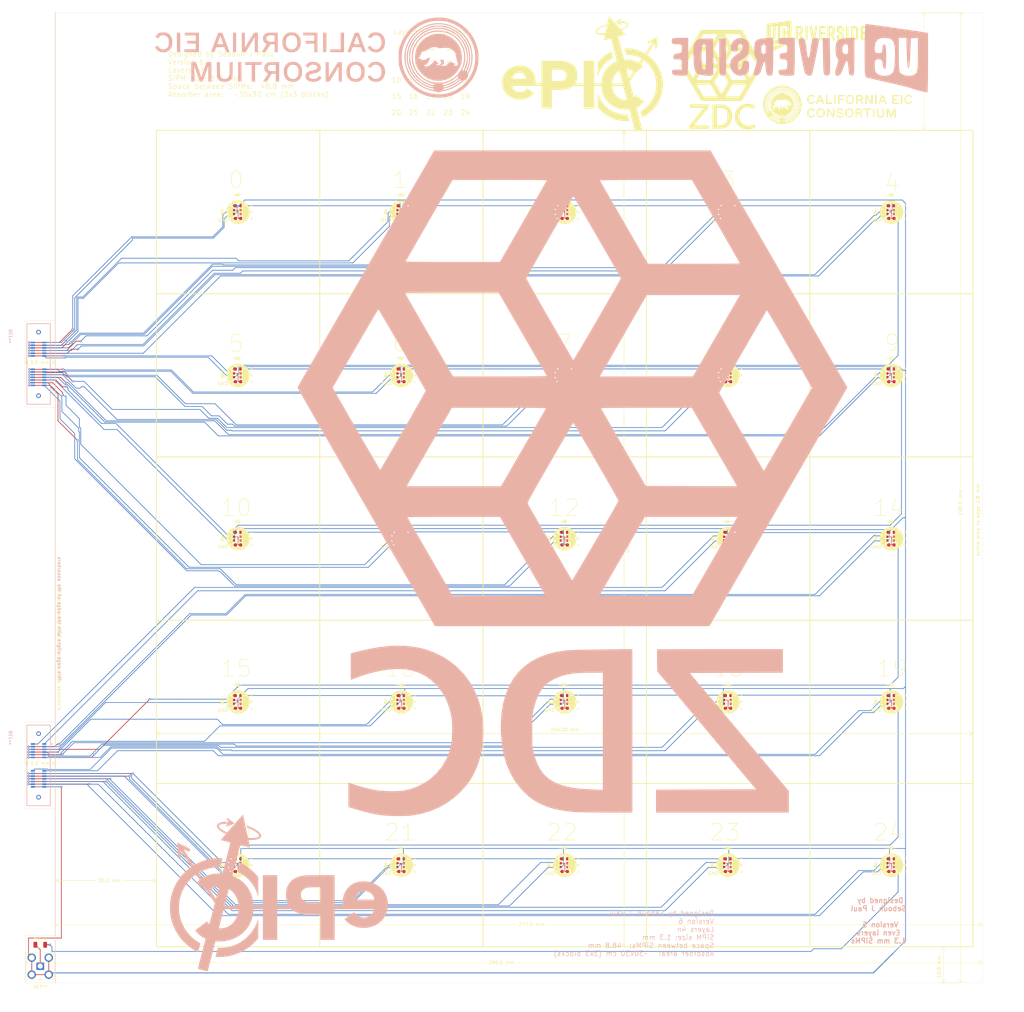
<source format=kicad_pcb>
(kicad_pcb (version 20240108) (generator "pcbnew") (generator_version "8.0")
  (layers (0 "F.Cu" signal) (1 "In1.Cu" signal) (2 "In2.Cu" signal) (31 "B.Cu" signal) (34 "B.Paste" user) (35 "F.Paste" user) (36 "B.SilkS" user "B.Silkscreen") (37 "F.SilkS" user "F.Silkscreen") (38 "B.Mask" user) (39 "F.Mask" user) (44 "Edge.Cuts" user))
  (net 0 "")
  (net 1 "GND")
  (net 2 "K0")
  (net 3 "A0")
  (net 4 "K1")
  (net 5 "A1")
  (net 6 "K2")
  (net 7 "A2")
  (net 8 "K3")
  (net 9 "A3")
  (net 10 "K4")
  (net 11 "A4")
  (net 12 "K5")
  (net 13 "A5")
  (net 14 "K6")
  (net 15 "A6")
  (net 16 "K7")
  (net 17 "A7")
  (net 18 "K8")
  (net 19 "A8")
  (net 20 "K9")
  (net 21 "A9")
  (net 22 "A10")
  (net 23 "K10")
  (net 24 "A11")
  (net 25 "K11")
  (net 26 "A12")
  (net 27 "K12")
  (net 28 "K14")
  (net 29 "A14")
  (net 30 "K13")
  (net 31 "A13")
  (net 32 "K15")
  (net 33 "A15")
  (net 34 "K16")
  (net 35 "A16")
  (net 36 "K17")
  (net 37 "A17")
  (net 38 "K18")
  (net 39 "A18")
  (net 40 "K19")
  (net 41 "A19")
  (net 42 "K20")
  (net 43 "A20")
  (net 44 "K21")
  (net 45 "A21")
  (net 46 "K22")
  (net 47 "A22")
  (net 48 "K23")
  (net 49 "A23")
  (net 50 "K24")
  (net 51 "A24")
  (net 52 "LED_input_after_resistor")
  (net 53 "LED_23_to_24")
  (net 54 "LED_input")
  (footprint "SiPM:S14160-1315PS_dimple_silkscreen_with_LED_and_capacitor" (layer "F.Cu") (at 324.8 192.2)
    (property "Reference" "REF**34" (hide yes))
    (property "Value" "S14160-3015PS")
  )
  (footprint "SiPM:S14160-1315PS_dimple_silkscreen_with_LED_and_capacitor" (layer "F.Cu") (at 129.6 289.8)
    (property "Reference" "REF**40" (hide yes))
    (property "Value" "S14160-3015PS")
  )
  (footprint "SiPM:S14160-1315PS_dimple_silkscreen_with_LED_and_capacitor" (layer "F.Cu") (at 129.6 192.2)
    (property "Reference" "REF**30" (hide yes))
    (property "Value" "S14160-3015PS")
  )
  (footprint "SiPM:S14160-1315PS_dimple_silkscreen_with_LED_and_capacitor" (layer "F.Cu") (at 324.8 94.6)
    (property "Reference" "REF**24" (hide yes))
    (property "Value" "S14160-3015PS")
  )
  (footprint "SiPM:S14160-1315PS_dimple_silkscreen_with_LED_and_capacitor" (layer "F.Cu") (at 276 289.8)
    (property "Reference" "REF**43" (hide yes))
    (property "Value" "S14160-3015PS")
  )
  (footprint "SiPM:S14160-1315PS_dimple_silkscreen_with_LED_and_capacitor" (layer "F.Cu") (at 276 241)
    (property "Reference" "REF**38" (hide yes))
    (property "Value" "S14160-3015PS")
  )
  (footprint "Connector_Coaxial:SMA_Amphenol_901-143_Horizontal" (layer "F.Cu") (at 70.5 320 90)
    (property "Reference" "REF**")
    (property "Value" "SMA_Amphenol_901-143_Horizontal")
    (fp_line (start 4.3 -4.5) (end -4.3 -4.5) (stroke (width 0.1)) (layer "Edge.Cuts"))
  )
  (footprint "Resistor_SMD:R_1206_3216Metric" (layer "F.Cu") (at 70.5 313.6)
    (property "Reference" "50 Ω")
    (property "Value" "R_1206_3216Metric")
  )
  (footprint "SiPM:S14160-1315PS_dimple_silkscreen_with_LED_and_capacitor" (layer "F.Cu") (at 227.2 94.6)
    (property "Reference" "REF**22" (hide yes))
    (property "Value" "S14160-3015PS")
  )
  (footprint "SiPM:S14160-1315PS_dimple_silkscreen_with_LED_and_capacitor" (layer "F.Cu") (at 276 143.4)
    (property "Reference" "REF**28" (hide yes))
    (property "Value" "S14160-3015PS")
  )
  (footprint "SiPM:S14160-1315PS_dimple_silkscreen_with_LED_and_capacitor" (layer "F.Cu") (at 276 94.6)
    (property "Reference" "REF**23" (hide yes))
    (property "Value" "S14160-3015PS")
  )
  (footprint "Symbol:UCR_Logo_3cm" (layer "F.Cu") (at 302.5 41.9)
    (property "Reference" "G***" (hide yes))
    (property "Value" "LOGO" (hide yes))
  )
  (footprint "SiPM:S14160-1315PS_dimple_silkscreen_with_LED_and_capacitor" (layer "F.Cu") (at 227.2 192.2)
    (property "Reference" "REF**32" (hide yes))
    (property "Value" "S14160-3015PS")
  )
  (footprint "SiPM:S14160-1315PS_dimple_silkscreen_with_LED_and_capacitor" (layer "F.Cu") (at 324.8 289.8)
    (property "Reference" "REF**44" (hide yes))
    (property "Value" "S14160-3015PS")
  )
  (footprint "SiPM:S14160-1315PS_dimple_silkscreen_with_LED_and_capacitor" (layer "F.Cu") (at 178.4 143.4)
    (property "Reference" "REF**26" (hide yes))
    (property "Value" "S14160-3015PS")
  )
  (footprint "SiPM:S14160-1315PS_dimple_silkscreen_with_LED_and_capacitor" (layer "F.Cu") (at 178.4 241)
    (property "Reference" "REF**36" (hide yes))
    (property "Value" "S14160-3015PS")
  )
  (footprint "SiPM:S14160-1315PS_dimple_silkscreen_with_LED_and_capacitor" (layer "F.Cu") (at 129.6 94.6)
    (property "Reference" "REF**20" (hide yes))
    (property "Value" "S14160-3015PS")
  )
  (footprint "SiPM:S14160-1315PS_dimple_silkscreen_with_LED_and_capacitor" (layer "F.Cu") (at 129.6 143.4)
    (property "Reference" "REF**25" (hide yes))
    (property "Value" "S14160-3015PS")
  )
  (footprint "SiPM:S14160-1315PS_dimple_silkscreen_with_LED_and_capacitor" (layer "F.Cu") (at 227.2 241)
    (property "Reference" "REF**37" (hide yes))
    (property "Value" "S14160-3015PS")
  )
  (footprint "Symbol:ZDC_logo_30x30mm" (layer "F.Cu") (at 273.568409 55.081019)
    (property "Reference" "G***" (hide yes))
    (property "Value" "LOGO" (hide yes))
  )
  (footprint "SiPM:S14160-1315PS_dimple_silkscreen_with_LED_and_capacitor" (layer "F.Cu") (at 178.4 192.2)
    (property "Reference" "REF**31" (hide yes))
    (property "Value" "S14160-3015PS")
  )
  (footprint "Symbol:ePIC_logo_5.0cm" (layer "F.Cu") (at 232.5 53.3)
    (property "Reference" "G***" (hide yes))
    (property "Value" "LOGO" (hide yes))
  )
  (footprint "SiPM:S14160-1315PS_dimple_silkscreen_with_LED_and_capacitor" (layer "F.Cu") (at 227.2 143.4)
    (property "Reference" "REF**27" (hide yes))
    (property "Value" "S14160-3015PS")
  )
  (footprint "Symbol:consortium_logo_5cm" (layer "F.Cu") (at 308.2 62.4)
    (property "Reference" "G***" (hide yes))
    (property "Value" "LOGO" (hide yes))
  )
  (footprint "SiPM:S14160-1315PS_dimple_silkscreen_with_LED_and_capacitor" (layer "F.Cu") (at 178.4 289.8)
    (property "Reference" "REF**41" (hide yes))
    (property "Value" "S14160-3015PS")
  )
  (footprint "SiPM:S14160-1315PS_dimple_silkscreen_with_LED_and_capacitor" (layer "F.Cu") (at 324.8 143.4)
    (property "Reference" "REF**29" (hide yes))
    (property "Value" "S14160-3015PS")
  )
  (footprint "SiPM:S14160-1315PS_dimple_silkscreen_with_LED_and_capacitor" (layer "F.Cu") (at 178.4 94.6)
    (property "Reference" "REF**21" (hide yes))
    (property "Value" "S14160-3015PS")
  )
  (footprint "SiPM:S14160-1315PS_dimple_silkscreen_with_LED_and_capacitor" (layer "F.Cu") (at 227.2 289.8)
    (property "Reference" "REF**42" (hide yes))
    (property "Value" "S14160-3015PS")
  )
  (footprint "SiPM:S14160-1315PS_dimple_silkscreen_with_LED_and_capacitor" (layer "F.Cu") (at 129.6 241)
    (property "Reference" "REF**35" (hide yes))
    (property "Value" "S14160-3015PS")
  )
  (footprint "SiPM:S14160-1315PS_dimple_silkscreen_with_LED_and_capacitor" (layer "F.Cu") (at 324.8 241)
    (property "Reference" "REF**39" (hide yes))
    (property "Value" "S14160-3015PS")
  )
  (footprint "SiPM:S14160-1315PS_dimple_silkscreen_with_LED_and_capacitor" (layer "F.Cu") (at 276 192.2)
    (property "Reference" "REF**33" (hide yes))
    (property "Value" "S14160-3015PS")
  )
  (footprint "Symbol:UCR_logo_10cm" (layer "B.Cu") (at 298.2 50.5 180)
    (property "Reference" "G***" (hide yes))
    (property "Value" "LOGO" (hide yes))
  )
  (footprint "Connector_Samtec_HSEC8:SAMTEC_HSEC8-113-01-X-DV-A-L2" (layer "B.Cu") (at 70 140 -90)
    (property "Reference" "REF**")
    (property "Value" "SAMTEC_HSEC8-113-01-X-DV-A-L2")
  )
  (footprint "Connector_Samtec_HSEC8:SAMTEC_HSEC8-113-01-X-DV-A-L2" (layer "B.Cu") (at 70 260 -90)
    (property "Reference" "REF**")
    (property "Value" "SAMTEC_HSEC8-113-01-X-DV-A-L2")
  )
  (footprint "Symbol:Consortium_logo_11cm" (layer "B.Cu") (at 152.8 48 180)
    (property "Reference" "G***" (hide yes))
    (property "Value" "LOGO" (hide yes))
  )
  (footprint "Symbol:ZDC_logo_20x20cm" (layer "B.Cu") (at 232.4 176.2 180)
    (property "Reference" "G***" (hide yes))
    (property "Value" "LOGO" (hide yes))
  )
  (footprint "Symbol:ePIC_logo_6.8cm" (layer "B.Cu") (at 141.8 298.1 180)
    (property "Reference" "G***" (hide yes))
    (property "Value" "LOGO" (hide yes))
  )
  (gr_line (start 76.8 311.6) (end 76.8 266.4) (stroke (width 0.2)) (layer "F.Cu") (net 1))
  (gr_line (start 75 325) (end 75 35) (stroke (width 0.1)) (layer "B.SilkS"))
  (gr_line (start 105.2 216.6) (end 349.2 216.6) (stroke (width 0.25)) (layer "F.SilkS"))
  (gr_line (start 349.2 70.2) (end 349.2 314.2) (stroke (width 0.25)) (layer "F.SilkS"))
  (gr_line (start 251.6 70.2) (end 251.6 314.2) (stroke (width 0.25)) (layer "F.SilkS"))
  (gr_line (start 75 35) (end 75 325) (stroke (width 0.15)) (layer "F.SilkS"))
  (gr_line (start 300.4 70.2) (end 300.4 314.2) (stroke (width 0.25)) (layer "F.SilkS"))
  (gr_line (start 105.2 167.8) (end 349.2 167.8) (stroke (width 0.25)) (layer "F.SilkS"))
  (gr_line (start 105.2 70.2) (end 105.2 314.2) (stroke (width 0.25)) (layer "F.SilkS"))
  (gr_line (start 105.2 119) (end 349.2 119) (stroke (width 0.25)) (layer "F.SilkS"))
  (gr_line (start 202.8 70.2) (end 202.8 314.2) (stroke (width 0.25)) (layer "F.SilkS"))
  (gr_line (start 105.2 70.2) (end 349.2 70.2) (stroke (width 0.25)) (layer "F.SilkS"))
  (gr_line (start 105.2 265.4) (end 349.2 265.4) (stroke (width 0.25)) (layer "F.SilkS"))
  (gr_line (start 154 70.2) (end 154 314.2) (stroke (width 0.25)) (layer "F.SilkS"))
  (gr_line (start 105.2 314.2) (end 349.2 314.2) (stroke (width 0.25)) (layer "F.SilkS"))
  (gr_line (start 66 273) (end 75 273) (stroke (width 0.05)) (layer "Edge.Cuts"))
  (gr_line (start 75 153) (end 66 153) (stroke (width 0.05)) (layer "Edge.Cuts"))
  (gr_line (start 66 127) (end 66 153) (stroke (width 0.05)) (layer "Edge.Cuts"))
  (gr_line (start 66 324.3) (end 66 325) (stroke (width 0.05)) (layer "Edge.Cuts"))
  (gr_line (start 66 247) (end 75 247) (stroke (width 0.05)) (layer "Edge.Cuts"))
  (gr_line (start 352 325) (end 66 325) (stroke (width 0.05)) (layer "Edge.Cuts"))
  (gr_line (start 75 35) (end 352 35) (stroke (width 0.05)) (layer "Edge.Cuts"))
  (gr_line (start 75 273) (end 75 310.8) (stroke (width 0.05)) (layer "Edge.Cuts"))
  (gr_line (start 66 127) (end 75 127) (stroke (width 0.05)) (layer "Edge.Cuts"))
  (gr_line (start 66 315.7) (end 66 310.8) (stroke (width 0.05)) (layer "Edge.Cuts"))
  (gr_line (start 66 247) (end 66 273) (stroke (width 0.05)) (layer "Edge.Cuts"))
  (gr_line (start 75 127) (end 75 35) (stroke (width 0.05)) (layer "Edge.Cuts"))
  (gr_line (start 352 35) (end 352 325) (stroke (width 0.05)) (layer "Edge.Cuts"))
  (gr_line (start 75 247) (end 75 153) (stroke (width 0.05)) (layer "Edge.Cuts"))
  (gr_line (start 66 310.8) (end 75 310.8) (stroke (width 0.05)) (layer "Edge.Cuts"))
  (gr_text "Designed by Sebouh J Paul\nVersion 6 \nLayers 4n\nSiPM size: 1.3 mm\nSpace between SiPMs:  48.8 mm\nAbsorber area:   ~30x30 cm (3x3 blocks)\n\n" (at 271.9 311.4 0) (layer "B.SilkS") (effects (font (size 1.5 1.5)) (justify left mirror)))
  (gr_text "This edge aligns with the edge of the absorbers" (at 76.2 216.2 270) (layer "B.SilkS") (effects (font (size 1 1)) (justify mirror)))
  (gr_text "Designed by \nSebouh J Paul\n\nVersion 5 \nEven layers\n1.3 mm SiPMs" (at 320.9 306.4 0) (layer "B.SilkS") (effects (font (size 1.5 1.5) (thickness 0.3)) (justify mirror)))
  (gr_text "3" (at 276 85 0) (layer "F.SilkS") (effects (font (size 5 5))))
  (gr_text "17" (at 226.45 231 0) (layer "F.SilkS") (effects (font (size 5 5))))
  (gr_text "14" (at 324 183 0) (layer "F.SilkS") (effects (font (size 5 5))))
  (gr_text "19" (at 325 231 0) (layer "F.SilkS") (effects (font (size 5 5))))
  (gr_text "Layout of channels:\n\n 0   1   2   3   4\n\n 5   6   7   8   9\n\n10  11  12  13  14\n\n15  16  17  18  19\n\n20  21  22  23  24" (at 187.2 52.8 0) (layer "F.SilkS") (effects (font (size 1.5 1.5))))
  (gr_text "4" (at 325 85.95 0) (layer "F.SilkS") (effects (font (size 5 5))))
  (gr_text "Designed by Sebouh J Paul\nVersion 6 \nLayers 4n\nSiPM size: 1.3 mm\nSpace between SiPMs:  48.8 mm\nAbsorber area:   ~30x30 cm (3x3 blocks)\n\n" (at 108.6 54.6 0) (layer "F.SilkS") (effects (font (size 1.5 1.5)) (justify left)))
  (gr_text "10" (at 129 183 0) (layer "F.SilkS") (effects (font (size 5 5))))
  (gr_text "24" (at 324 280 0) (layer "F.SilkS") (effects (font (size 5 5))))
  (gr_text "1" (at 178 85 0) (layer "F.SilkS") (effects (font (size 5 5))))
  (gr_text "12" (at 227 183 0) (layer "F.SilkS") (effects (font (size 5 5))))
  (gr_text "5" (at 129 133.95 0) (layer "F.SilkS") (effects (font (size 5 5))))
  (gr_text "23" (at 275 280 0) (layer "F.SilkS") (effects (font (size 5 5))))
  (gr_text "18" (at 276 231 0) (layer "F.SilkS") (effects (font (size 5 5))))
  (gr_text "11" (at 178.65 181.55 0) (layer "F.SilkS") (effects (font (size 5 5))))
  (gr_text "This edge aligns with the edge of the absorbers\n" (at 76.2 225 270) (layer "F.SilkS") (effects (font (size 1 1))))
  (gr_text "6" (at 178 133.75 0) (layer "F.SilkS") (effects (font (size 5 5))))
  (gr_text "8" (at 276 133.75 0) (layer "F.SilkS") (effects (font (size 5 5))))
  (gr_text "9" (at 325 133.75 0) (layer "F.SilkS") (effects (font (size 5 5))))
  (gr_text "7" (at 227 133.75 0) (layer "F.SilkS") (effects (font (size 5 5))))
  (gr_text "2" (at 227 85 0) (layer "F.SilkS") (effects (font (size 5 5))))
  (gr_text "13" (at 276 183 0) (layer "F.SilkS") (effects (font (size 5 5))))
  (gr_text "20" (at 129 280 0) (layer "F.SilkS") (effects (font (size 5 5))))
  (gr_text "21" (at 178 280 0) (layer "F.SilkS") (effects (font (size 5 5))))
  (gr_text "16" (at 178 231 0) (layer "F.SilkS") (effects (font (size 5 5))))
  (gr_text "0" (at 129 85 0) (layer "F.SilkS") (effects (font (size 5 5))))
  (gr_text "15" (at 129 231 0) (layer "F.SilkS") (effects (font (size 5 5))))
  (gr_text "22" (at 226.45 280 0) (layer "F.SilkS") (effects (font (size 5 5))))
  (gr_text "active area to edge 2.8 mm" (at 351.2 197.6 90) (layer "F.SilkS") (effects (font (size 1 1)) (justify left bottom)))
  (dimension (type aligned) (layer "F.SilkS") (pts (xy 346.9 70.2) (xy 346.9 35)) (height -12.4) (gr_text "35.2 mm" (at 332.891574 51.801574 90) (layer "F.SilkS") (effects (font (size 1 1) (thickness 0.15)))) (format (prefix "") (suffix "") (units 3) (units_format 1) (precision 1)) (style (thickness 0.1) (arrow_length 1.27) (text_position_mode 2) (extension_height 0.58642) (extension_offset 0.5) keep_text_aligned))
  (dimension (type aligned) (layer "F.SilkS") (pts (xy 66 137.662827) (xy 75 137.662827)) (height 1.937173) (gr_text "9.0 mm" (at 70.4 139.6 0) (layer "F.SilkS") (effects (font (size 1 1) (thickness 0.15)))) (format (prefix "") (suffix "") (units 3) (units_format 1) (precision 1)) (style (thickness 0.15) (arrow_length 1.27) (text_position_mode 2) (extension_height 0.58642) (extension_offset 0.5) keep_text_aligned))
  (dimension (type aligned) (layer "F.SilkS") (pts (xy 345.5 325) (xy 345.5 35)) (height 0) (gr_text "290.0 mm" (at 345.4 181.4 90) (layer "F.SilkS") (effects (font (size 1 1) (thickness 0.15)))) (format (prefix "") (suffix "") (units 3) (units_format 1) (precision 1)) (style (thickness 0.1) (arrow_length 1.27) (text_position_mode 2) (extension_height 0.58642) (extension_offset 0.5) keep_text_aligned))
  (dimension (type aligned) (layer "F.SilkS") (pts (xy 75 307.61) (xy 352 307.61)) (height -0.01) (gr_text "277.0 mm" (at 217.3 307.51 0) (layer "F.SilkS") (effects (font (size 1 1) (thickness 0.15)))) (format (prefix "") (suffix "") (units 3) (units_format 1) (precision 1)) (style (thickness 0.1) (arrow_length 1.27) (text_position_mode 2) (extension_height 0.58642) (extension_offset 0.5) keep_text_aligned))
  (dimension (type aligned) (layer "F.SilkS") (pts (xy 65.999993 319.01) (xy 352 319.01)) (height -0.01) (gr_text "286.0 mm" (at 208.299993 318.91 0) (layer "F.SilkS") (effects (font (size 1 1) (thickness 0.15)))) (format (prefix "") (suffix "") (units 3) (units_format 1) (precision 1)) (style (thickness 0.1) (arrow_length 1.27) (text_position_mode 2) (extension_height 0.58642) (extension_offset 0.5) keep_text_aligned))
  (dimension (type aligned) (layer "F.SilkS") (pts (xy 66 257.4) (xy 75 257.4)) (height 1.937173) (gr_text "9.0 mm" (at 70.4 259.337173 0) (layer "F.SilkS") (effects (font (size 1 1) (thickness 0.15)))) (format (prefix "") (suffix "") (units 3) (units_format 1) (precision 1)) (style (thickness 0.15) (arrow_length 1.27) (text_position_mode 2) (extension_height 0.58642) (extension_offset 0.5) keep_text_aligned))
  (dimension (type aligned) (layer "F.SilkS") (pts (xy 346.45 314.2) (xy 346.4 70.2)) (height -101.52) (gr_text "244.00 mm" (at 246.055002 192.220567 -89.98825906) (layer "F.SilkS") (effects (font (size 1 1) (thickness 0.15)))) (format (prefix "") (suffix "") (units 3) (units_format 1) (precision 2)) (style (thickness 0.15) (arrow_length 1.27) (text_position_mode 0) (extension_height 0.58642) (extension_offset 0.5) keep_text_aligned))
  (dimension (type aligned) (layer "F.SilkS") (pts (xy 345.6 314.2) (xy 345.6 325)) (height 5.246903) (gr_text "10.8 mm" (at 339 320.2 90) (layer "F.SilkS") (effects (font (size 1 1) (thickness 0.15)))) (format (prefix "") (suffix "") (units 3) (units_format 1) (precision 1)) (style (thickness 0.1) (arrow_length 1.27) (text_position_mode 2) (extension_height 0.58642) (extension_offset 0.5) keep_text_aligned))
  (dimension (type aligned) (layer "F.SilkS") (pts (xy 105.2 311.45) (xy 349.2 311.45)) (height -60.97) (gr_text "244.00 mm" (at 227.2 249.33 0) (layer "F.SilkS") (effects (font (size 1 1) (thickness 0.15)))) (format (prefix "") (suffix "") (units 3) (units_format 1) (precision 2)) (style (thickness 0.15) (arrow_length 1.27) (text_position_mode 0) (extension_height 0.58642) (extension_offset 0.5) keep_text_aligned))
  (dimension (type aligned) (layer "F.SilkS") (pts (xy 75 297.31) (xy 105.2 297.31)) (height -2.91) (gr_text "30.2 mm" (at 91.11 294.4 0) (layer "F.SilkS") (effects (font (size 1 1) (thickness 0.15)))) (format (prefix "") (suffix "") (units 3) (units_format 1) (precision 1)) (style (thickness 0.15) (arrow_length 1.27) (text_position_mode 2) (extension_height 0.58642) (extension_offset 0.5) keep_text_aligned))
  (segment (start 324.4 236) (end 130 236) (width 0.2) (layer "B.Cu") (net 0))
  (segment (start 180.4 190.3) (end 180.5 190.2) (width 0.2) (layer "B.Cu") (net 0))
  (segment (start 229.2 190.3) (end 273.9 190.3) (width 0.2) (layer "B.Cu") (net 0))
  (segment (start 130 283.8) (end 324.4 283.8) (width 0.2) (layer "B.Cu") (net 0))
  (segment (start 225.1 287.9) (end 180.4 287.9) (width 0.2) (layer "B.Cu") (net 0))
  (segment (start 326.8 190.3) (end 326.8 233.6) (width 0.2) (layer "B.Cu") (net 0))
  (segment (start 128.6 140.4) (end 127.5 141.5) (width 0.2) (layer "B.Cu") (net 0))
  (segment (start 180.4 239.1) (end 180.5 239.2) (width 0.2) (layer "B.Cu") (net 0))
  (segment (start 324.4 283.8) (end 326.8 281.4) (width 0.2) (layer "B.Cu") (net 0))
  (segment (start 327.8 142.5) (end 326.8 141.5) (width 0.2) (layer "B.Cu") (net 0))
  (segment (start 326.8 233.6) (end 324.4 236) (width 0.2) (layer "B.Cu") (net 0))
  (segment (start 322.6 239) (end 322.7 239.1) (width 0.2) (layer "B.Cu") (net 0))
  (segment (start 129.25 286.15) (end 129.25 284.55) (width 0.2) (layer "B.Cu") (net 0))
  (segment (start 225 190.2) (end 225.1 190.3) (width 0.2) (layer "B.Cu") (net 0))
  (segment (start 127.5 190.3) (end 129.6 188.2) (width 0.2) (layer "B.Cu") (net 0))
  (segment (start 176.3 239.1) (end 131.6 239.1) (width 0.2) (layer "B.Cu") (net 0))
  (segment (start 127.5 238.5) (end 130 236) (width 0.2) (layer "B.Cu") (net 0))
  (segment (start 129.6 188.2) (end 324.4 188.2) (width 0.2) (layer "B.Cu") (net 0))
  (segment (start 322.7 92.7) (end 278 92.7) (width 0.2) (layer "B.Cu") (net 0))
  (segment (start 277.9 239) (end 322.6 239) (width 0.2) (layer "B.Cu") (net 0))
  (segment (start 180.5 190.2) (end 225 190.2) (width 0.2) (layer "B.Cu") (net 0))
  (segment (start 273.8 239) (end 273.9 239.1) (width 0.2) (layer "B.Cu") (net 0))
  (segment (start 176.3 92.7) (end 131.6 92.7) (width 0.2) (layer "B.Cu") (net 0))
  (segment (start 323.8 140.4) (end 128.6 140.4) (width 0.2) (layer "B.Cu") (net 0))
  (segment (start 273.9 92.7) (end 229.2 92.7) (width 0.2) (layer "B.Cu") (net 0))
  (segment (start 176.3 141.5) (end 131.6 141.5) (width 0.2) (layer "B.Cu") (net 0))
  (segment (start 225 239.2) (end 225.1 239.1) (width 0.2) (layer "B.Cu") (net 0))
  (segment (start 176.3 287.9) (end 131.6 287.9) (width 0.2) (layer "B.Cu") (net 0))
  (segment (start 229.2 287.9) (end 273.9 287.9) (width 0.2) (layer "B.Cu") (net 0))
  (segment (start 129.25 284.55) (end 130 283.8) (width 0.2) (layer "B.Cu") (net 0))
  (segment (start 326.8 92.7) (end 326.8 137.4) (width 0.2) (layer "B.Cu") (net 0))
  (segment (start 225.1 141.5) (end 180.4 141.5) (width 0.2) (layer "B.Cu") (net 0))
  (segment (start 326.8 137.4) (end 323.8 140.4) (width 0.2) (layer "B.Cu") (net 0))
  (segment (start 273.9 141.5) (end 229.2 141.5) (width 0.2) (layer "B.Cu") (net 0))
  (segment (start 127.5 239.1) (end 127.5 238.5) (width 0.2) (layer "B.Cu") (net 0))
  (segment (start 326.8 281.4) (end 326.8 239.1) (width 0.2) (layer "B.Cu") (net 0))
  (segment (start 225.1 92.7) (end 180.4 92.7) (width 0.2) (layer "B.Cu") (net 0))
  (segment (start 130 236) (end 129.25 236.75) (width 0.2) (layer "B.Cu") (net 0))
  (segment (start 322.6 190.4) (end 322.7 190.3) (width 0.2) (layer "B.Cu") (net 0))
  (segment (start 180.5 239.2) (end 225 239.2) (width 0.2) (layer "B.Cu") (net 0))
  (segment (start 131.6 190.3) (end 176.3 190.3) (width 0.2) (layer "B.Cu") (net 0))
  (segment (start 278 190.3) (end 278.1 190.4) (width 0.2) (layer "B.Cu") (net 0))
  (segment (start 278 141.5) (end 322.7 141.5) (width 0.2) (layer "B.Cu") (net 0))
  (segment (start 229.1 239) (end 273.8 239) (width 0.2) (layer "B.Cu") (net 0))
  (segment (start 127.5 287.9) (end 129.25 286.15) (width 0.2) (layer "B.Cu") (net 0))
  (segment (start 278.1 190.4) (end 322.6 190.4) (width 0.2) (layer "B.Cu") (net 0))
  (segment (start 327.8 184.8) (end 327.8 142.5) (width 0.2) (layer "B.Cu") (net 0))
  (segment (start 324.4 188.2) (end 327.8 184.8) (width 0.2) (layer "B.Cu") (net 0))
  (segment (start 67 316.5) (end 67 311.6) (width 0.2) (layer "F.Cu") (net 1))
  (segment (start 67.96 317.46) (end 67 316.5) (width 0.2) (layer "F.Cu") (net 1))
  (segment (start 67.96 322.54) (end 73.04 322.54) (width 0.2) (layer "F.Cu") (net 1))
  (segment (start 67 311.6) (end 76.8 311.6) (width 0.2) (layer "F.Cu") (net 1))
  (segment (start 67.96 322.54) (end 67.96 317.46) (width 0.2) (layer "F.Cu") (net 1))
  (segment (start 73.04 322.54) (end 73.04 317.46) (width 0.2) (layer "F.Cu") (net 1))
  (via (at 76.8 266.4) (size 0.6) (drill 0.3) (layers "F.Cu" "B.Cu") (net 1))
  (segment (start 128.6 190) (end 129.4 189.2) (width 0.2) (layer "B.Cu") (net 1))
  (segment (start 324.4 141) (end 324.2 140.8) (width 0.2) (layer "B.Cu") (net 1))
  (segment (start 178.95 289.45) (end 178 289.45) (width 0.2) (layer "B.Cu") (net 1))
  (segment (start 178 241) (end 176.1 242.9) (width 0.2) (layer "B.Cu") (net 1))
  (segment (start 322.55 193.85) (end 322.6 193.8) (width 0.2) (layer "B.Cu") (net 1))
  (segment (start 226.2 241.6) (end 224.9 242.9) (width 0.2) (layer "B.Cu") (net 1))
  (segment (start 274.8 237) (end 226.8 237) (width 0.2) (layer "B.Cu") (net 1))
  (segment (start 327.8 237) (end 328.4 237) (width 0.2) (layer "B.Cu") (net 1))
  (segment (start 273.7 291.7) (end 276.2 289.2) (width 0.2) (layer "B.Cu") (net 1))
  (segment (start 275.8 189.5) (end 275.5 189.2) (width 0.2) (layer "B.Cu") (net 1))
  (segment (start 329 236.4) (end 329 312.4) (width 0.2) (layer "B.Cu") (net 1))
  (segment (start 179 189.2) (end 179 193.8) (width 0.2) (layer "B.Cu") (net 1))
  (segment (start 226.8 189.2) (end 226.8 193.8) (width 0.2) (layer "B.Cu") (net 1))
  (segment (start 178.2 143.515686) (end 176.257843 145.457843) (width 0.2) (layer "B.Cu") (net 1))
  (segment (start 273.8 140.8) (end 225.38995 140.8) (width 0.2) (layer "B.Cu") (net 1))
  (segment (start 327.08995 140.8) (end 328.2 141.91005) (width 0.2) (layer "B.Cu") (net 1))
  (segment (start 129.8 142.8) (end 129.8 140.8) (width 0.2) (layer "B.Cu") (net 1))
  (segment (start 324.2 140.8) (end 273.8 140.8) (width 0.2) (layer "B.Cu") (net 1))
  (segment (start 176.1 96.5) (end 178 94.6) (width 0.2) (layer "B.Cu") (net 1))
  (segment (start 178 91) (end 227 91) (width 0.2) (layer "B.Cu") (net 1))
  (segment (start 324.4 143.4) (end 324.4 141) (width 0.2) (layer "B.Cu") (net 1))
  (segment (start 179.2 189.2) (end 129.4 189.2) (width 0.2) (layer "B.Cu") (net 1))
  (segment (start 276.2 289.2) (end 276.2 284.8) (width 0.2) (layer "B.Cu") (net 1))
  (segment (start 319.4 322) (end 325.275 316.125) (width 0.25) (layer "B.Cu") (net 1))
  (segment (start 275.5 189.2) (end 226.8 189.2) (width 0.2) (layer "B.Cu") (net 1))
  (segment (start 225.15 193.85) (end 224.9 194.1) (width 0.2) (layer "B.Cu") (net 1))
  (segment (start 68.3 266.4) (end 76.8 266.4) (width 0.2) (layer "B.Cu") (net 1))
  (segment (start 273.8 145.3) (end 275.3 143.8) (width 0.2) (layer "B.Cu") (net 1))
  (segment (start 276 94.2) (end 276 91) (width 0.2) (layer "B.Cu") (net 1))
  (segment (start 178.95 193.85) (end 176.35 193.85) (width 0.2) (layer "B.Cu") (net 1))
  (segment (start 226.75 193.85) (end 225.15 193.85) (width 0.2) (layer "B.Cu") (net 1))
  (segment (start 274.6 237) (end 324.4 237) (width 0.2) (layer "B.Cu") (net 1))
  (segment (start 179 284.8) (end 179 289.4) (width 0.2) (layer "B.Cu") (net 1))
  (segment (start 274.6 242) (end 274.6 237) (width 0.2) (layer "B.Cu") (net 1))
  (segment (start 224.9 96.5) (end 227 94.4) (width 0.2) (layer "B.Cu") (net 1))
  (segment (start 72.6 322) (end 319.4 322) (width 0.25) (layer "B.Cu") (net 1))
  (segment (start 273.7 242.9) (end 274.6 242) (width 0.2) (layer "B.Cu") (net 1))
  (segment (start 226.8 289.8) (end 226.8 284.8) (width 0.2) (layer "B.Cu") (net 1))
  (segment (start 176.1 291.7) (end 178 289.8) (width 0.2) (layer "B.Cu") (net 1))
  (segment (start 328 91) (end 329 92) (width 0.2) (layer "B.Cu") (net 1))
  (segment (start 178.2 141.2) (end 178.2 143.515686) (width 0.2) (layer "B.Cu") (net 1))
  (segment (start 179.4 237) (end 132.6 237) (width 0.2) (layer "B.Cu") (net 1))
  (segment (start 177.8 140.8) (end 225.38995 140.8) (width 0.2) (layer "B.Cu") (net 1))
  (segment (start 129.9 92.7) (end 129.25 93.35) (width 0.2) (layer "B.Cu") (net 1))
  (segment (start 129.8 140.8) (end 177.8 140.8) (width 0.2) (layer "B.Cu") (net 1))
  (segment (start 324.7 189.5) (end 325.6 188.6) (width 0.2) (layer "B.Cu") (net 1))
  (segment (start 176.35 193.85) (end 176.1 194.1) (width 0.2) (layer "B.Cu") (net 1))
  (segment (start 227 237) (end 179.4 237) (width 0.2) (layer "B.Cu") (net 1))
  (segment (start 226.8 241.6) (end 226.2 241.6) (width 0.2) (layer "B.Cu") (net 1))
  (segment (start 273.7 96.5) (end 276 94.2) (width 0.2) (layer "B.Cu") (net 1))
  (segment (start 325.6 188.6) (end 324.15 190.05) (width 0.2) (layer "B.Cu") (net 1))
  (segment (start 224.9 291.7) (end 226.8 289.8) (width 0.2) (layer "B.Cu") (net 1))
  (segment (start 328.2 186) (end 328.8 186) (width 0.2) (layer "B.Cu") (net 1))
  (segment (start 328.4 237) (end 329 236.4) (width 0.2) (layer "B.Cu") (net 1))
  (segment (start 129.6 240.6) (end 129.6 240) (width 0.2) (layer "B.Cu") (net 1))
  (segment (start 127.3 145.3) (end 129.8 142.8) (width 0.2) (layer "B.Cu") (net 1))
  (segment (start 328.2 186) (end 325.6 188.6) (width 0.2) (layer "B.Cu") (net 1))
  (segment (start 324.15 190.05) (end 324.15 192.45) (width 0.2) (layer "B.Cu") (net 1))
  (segment (start 227 189.2) (end 179 189.2) (width 0.2) (layer "B.Cu") (net 1))
  (segment (start 322.5 96.5) (end 325 94) (width 0.2) (layer "B.Cu") (net 1))
  (segment (start 227 143.2) (end 224.9 145.3) (width 0.2) (layer "B.Cu") (net 1))
  (segment (start 275.3 143.8) (end 275.3 140.8) (width 0.2) (layer "B.Cu") (net 1))
  (segment (start 129.25 94.55) (end 127.3 96.5) (width 0.2) (layer "B.Cu") (net 1))
  (segment (start 276.2 284.8) (end 274.6 284.8) (width 0.2) (layer "B.Cu") (net 1))
  (segment (start 178 94.6) (end 178 91) (width 0.2) (layer "B.Cu") (net 1))
  (segment (start 325 91) (end 328 91) (width 0.2) (layer "B.Cu") (net 1))
  (segment (start 178 239.2) (end 179.4 237.8) (width 0.2) (layer "B.Cu") (net 1))
  (segment (start 328.8 284.8) (end 324.2 284.8) (width 0.2) (layer "B.Cu") (net 1))
  (segment (start 322.6 284.8) (end 276.2 284.8) (width 0.2) (layer "B.Cu") (net 1))
  (segment (start 324.2 284.8) (end 324.2 290) (width 0.2) (layer "B.Cu") (net 1))
  (segment (start 275.8 189.5) (end 324.7 189.5) (width 0.2) (layer "B.Cu") (net 1))
  (segment (start 329 92) (end 329 142) (width 0.2) (layer "B.Cu") (net 1))
  (segment (start 276 91) (end 325 91) (width 0.2) (layer "B.Cu") (net 1))
  (segment (start 132.6 237) (end 129.6 240) (width 0.2) (layer "B.Cu") (net 1))
  (segment (start 329 312.4) (end 319.4 322) (width 0.2) (layer "B.Cu") (net 1))
  (segment (start 329 285) (end 328.8 284.8) (width 0.2) (layer "B.Cu") (net 1))
  (segment (start 328.91005 141.91005) (end 329 142) (width 0.2) (layer "B.Cu") (net 1))
  (segment (start 328.8 186) (end 329 185.8) (width 0.2) (layer "B.Cu") (net 1))
  (segment (start 329 142) (end 329 185.8) (width 0.2) (layer "B.Cu") (net 1))
  (segment (start 324.2 140.8) (end 327.08995 140.8) (width 0.2) (layer "B.Cu") (net 1))
  (segment (start 324.2 290) (end 322.5 291.7) (width 0.2) (layer "B.Cu") (net 1))
  (segment (start 129.25 93.35) (end 129.25 94.55) (width 0.2) (layer "B.Cu") (net 1))
  (segment (start 179.2 284.8) (end 130.4 284.8) (width 0.2) (layer "B.Cu") (net 1))
  (segment (start 130.4 284.8) (end 130.4 288.6) (width 0.2) (layer "B.Cu") (net 1))
  (segment (start 324.4 241) (end 324.4 237) (width 0.2) (layer "B.Cu") (net 1))
  (segment (start 127.5 92.7) (end 129.9 92.7) (width 0.2) (layer "B.Cu") (net 1))
  (segment (start 225.38995 140.8) (end 227 140.8) (width 0.2) (layer "B.Cu") (net 1))
  (segment (start 227 140.8) (end 227 143.2) (width 0.2) (layer "B.Cu") (net 1))
  (segment (start 127.3 193.5) (end 127.3 194.1) (width 0.2) (layer "B.Cu") (net 1))
  (segment (start 275.75 194.15) (end 273.65 194.15) (width 0.2) (layer "B.Cu") (net 1))
  (segment (start 325 94) (end 325 91) (width 0.2) (layer "B.Cu") (net 1))
  (segment (start 322.5 145.3) (end 324.4 143.4) (width 0.2) (layer "B.Cu") (net 1))
  (segment (start 177.8 140.8) (end 178.2 141.2) (width 0.2) (layer "B.Cu") (net 1))
  (segment (start 127.3 291.7) (end 130.4 288.6) (width 0.2) (layer "B.Cu") (net 1))
  (segment (start 324.2 284.8) (end 322.6 284.8) (width 0.2) (layer "B.Cu") (net 1))
  (segment (start 227 94.4) (end 227 91) (width 0.2) (layer "B.Cu") (net 1))
  (segment (start 227 284.8) (end 179 284.8) (width 0.2) (layer "B.Cu") (net 1))
  (segment (start 178 241) (end 178 239.2) (width 0.2) (layer "B.Cu") (net 1))
  (segment (start 275.8 189.5) (end 275.8 194.1) (width 0.2) (layer "B.Cu") (net 1))
  (segment (start 328.2 141.91005) (end 328.91005 141.91005) (width 0.2) (layer "B.Cu") (net 1))
  (segment (start 322.5 242.9) (end 324.4 241) (width 0.2) (layer "B.Cu") (net 1))
  (segment (start 179.4 237) (end 179.4 237.8) (width 0.2) (layer "B.Cu") (net 1))
  (segment (start 329 185.8) (end 329 236.4) (width 0.2) (layer "B.Cu") (net 1))
  (segment (start 131.6 91) (end 178 91) (width 0.2) (layer "B.Cu") (net 1))
  (segment (start 128.6 192.2) (end 128.6 190) (width 0.2) (layer "B.Cu") (net 1))
  (segment (start 227 91) (end 276 91) (width 0.2) (layer "B.Cu") (net 1))
  (segment (start 324.4 237) (end 327.8 237) (width 0.2) (layer "B.Cu") (net 1))
  (segment (start 324.15 192.45) (end 322.5 194.1) (width 0.2) (layer "B.Cu") (net 1))
  (segment (start 129.9 92.7) (end 131.6 91) (width 0.2) (layer "B.Cu") (net 1))
  (segment (start 226.8 284.8) (end 274.8 284.8) (width 0.2) (layer "B.Cu") (net 1))
  (segment (start 128.6 192.2) (end 127.3 193.5) (width 0.2) (layer "B.Cu") (net 1))
  (segment (start 226.8 237) (end 226.8 241.6) (width 0.2) (layer "B.Cu") (net 1))
  (segment (start 178 289.8) (end 178 289.45) (width 0.2) (layer "B.Cu") (net 1))
  (segment (start 127.3 242.9) (end 129.6 240.6) (width 0.2) (layer "B.Cu") (net 1))
  (segment (start 275.3 140.8) (end 273.8 140.8) (width 0.2) (layer "B.Cu") (net 1))
  (segment (start 76.2 133.6) (end 80.2 129.6) (width 0.2) (layer "F.Cu") (net 2))
  (segment (start 72.6 133.6) (end 67.2 133.6) (width 0.2) (layer "F.Cu") (net 2))
  (segment (start 72.6 133.6) (end 76.2 133.6) (width 0.2) (layer "F.Cu") (net 2))
  (via (at 80.2 129.6) (size 0.6) (drill 0.3) (layers "F.Cu" "B.Cu") (net 2))
  (via (at 67.2 133.6) (size 0.6) (drill 0.3) (layers "F.Cu" "B.Cu") (net 2))
  (segment (start 80.2 129.6) (end 80.2 119.634315) (width 0.2) (layer "B.Cu") (net 2))
  (segment (start 80.2 119.634315) (end 97.834315 102) (width 0.2) (layer "B.Cu") (net 2))
  (segment (start 125.025 99.025) (end 122.05 102) (width 0.2) (layer "B.Cu") (net 2))
  (segment (start 125.025 95.525) (end 125.025 99.025) (width 0.2) (layer "B.Cu") (net 2))
  (segment (start 126.75 93.8) (end 125.025 95.525) (width 0.2) (layer "B.Cu") (net 2))
  (segment (start 98 102) (end 97.8 102) (width 0.2) (layer "B.Cu") (net 2))
  (segment (start 122.05 102) (end 98 102) (width 0.2) (layer "B.Cu") (net 2))
  (segment (start 67.2 133.6) (end 68.3 133.6) (width 0.2) (layer "B.Cu") (net 2))
  (segment (start 97.834315 102) (end 98 102) (width 0.2) (layer "B.Cu") (net 2))
  (segment (start 122.215686 102.4) (end 125.425 99.190686) (width 0.2) (layer "B.Cu") (net 3))
  (segment (start 125.425 99.190686) (end 125.425 96.625) (width 0.2) (layer "B.Cu") (net 3))
  (segment (start 76.8 133.6) (end 80.2 130.2) (width 0.2) (layer "B.Cu") (net 3))
  (segment (start 80.2 130.2) (end 80.448529 130.2) (width 0.2) (layer "B.Cu") (net 3))
  (segment (start 71.7 133.6) (end 76.8 133.6) (width 0.2) (layer "B.Cu") (net 3))
  (segment (start 80.8 120.234315) (end 98 103.034315) (width 0.2) (layer "B.Cu") (net 3))
  (segment (start 125.425 96.625) (end 126.75 95.3) (width 0.2) (layer "B.Cu") (net 3))
  (segment (start 80.448529 130.2) (end 80.8 129.848529) (width 0.2) (layer "B.Cu") (net 3))
  (segment (start 98 102.4) (end 122.215686 102.4) (width 0.2) (layer "B.Cu") (net 3))
  (segment (start 98 103.034315) (end 98 102.4) (width 0.2) (layer "B.Cu") (net 3))
  (segment (start 80.8 129.848529) (end 80.8 120.234315) (width 0.2) (layer "B.Cu") (net 3))
  (segment (start 76.84853 134.4) (end 72.8 134.4) (width 0.2) (layer "F.Cu") (net 4))
  (segment (start 72.8 134.4) (end 67.2 134.4) (width 0.2) (layer "F.Cu") (net 4))
  (segment (start 78.124265 133.124265) (end 76.84853 134.4) (width 0.2) (layer "F.Cu") (net 4))
  (via (at 67.2 134.4) (size 0.6) (drill 0.3) (layers "F.Cu" "B.Cu") (net 4))
  (via (at 78.124265 133.124265) (size 0.6) (drill 0.3) (layers "F.Cu" "B.Cu") (net 4))
  (segment (start 78.124265 133.075735) (end 80.6 130.6) (width 0.2) (layer "B.Cu") (net 4))
  (segment (start 81.6 120) (end 83.2 120) (width 0.2) (layer "B.Cu") (net 4))
  (segment (start 83.2 120) (end 94.8 108.4) (width 0.2) (layer "B.Cu") (net 4))
  (segment (start 80.614215 130.6) (end 81.365686 129.848529) (width 0.2) (layer "B.Cu") (net 4))
  (segment (start 81.365686 129.848529) (end 81.365686 120.234315) (width 0.2) (layer "B.Cu") (net 4))
  (segment (start 129.8 109.2) (end 162.65 109.2) (width 0.2) (layer "B.Cu") (net 4))
  (segment (start 78.124265 133.124265) (end 78.124265 133.075735) (width 0.2) (layer "B.Cu") (net 4))
  (segment (start 174.425 97.425) (end 174.425 94.925) (width 0.2) (layer "B.Cu") (net 4))
  (segment (start 67.2 134.4) (end 68.3 134.4) (width 0.2) (layer "B.Cu") (net 4))
  (segment (start 94.8 108.4) (end 129 108.4) (width 0.2) (layer "B.Cu") (net 4))
  (segment (start 81.365686 120.234315) (end 81.6 120) (width 0.2) (layer "B.Cu") (net 4))
  (segment (start 80.6 130.6) (end 80.614215 130.6) (width 0.2) (layer "B.Cu") (net 4))
  (segment (start 174.425 94.925) (end 175.55 93.8) (width 0.2) (layer "B.Cu") (net 4))
  (segment (start 129 108.4) (end 129.8 109.2) (width 0.2) (layer "B.Cu") (net 4))
  (segment (start 162.65 109.2) (end 174.425 97.425) (width 0.2) (layer "B.Cu") (net 4))
  (segment (start 175.55 95.3) (end 174.85 96) (width 0.2) (layer "B.Cu") (net 5))
  (segment (start 77.697059 134.4) (end 71.7 134.4) (width 0.2) (layer "B.Cu") (net 5))
  (segment (start 163.9 109.8) (end 93.965686 109.8) (width 0.2) (layer "B.Cu") (net 5))
  (segment (start 93.965686 109.8) (end 83.365686 120.4) (width 0.2) (layer "B.Cu") (net 5))
  (segment (start 174.85 98.85) (end 163.9 109.8) (width 0.2) (layer "B.Cu") (net 5))
  (segment (start 83.365686 120.4) (end 81.765686 120.4) (width 0.2) (layer "B.Cu") (net 5))
  (segment (start 81.765686 130.331373) (end 77.697059 134.4) (width 0.2) (layer "B.Cu") (net 5))
  (segment (start 174.85 96) (end 174.85 98.85) (width 0.2) (layer "B.Cu") (net 5))
  (segment (start 81.765686 120.4) (end 81.765686 130.331373) (width 0.2) (layer "B.Cu") (net 5))
  (segment (start 78 134.2) (end 77 135.2) (width 0.2) (layer "F.Cu") (net 6))
  (segment (start 79 134.2) (end 78 134.2) (width 0.2) (layer "F.Cu") (net 6))
  (segment (start 77 135.2) (end 73.2 135.2) (width 0.2) (layer "F.Cu") (net 6))
  (segment (start 79.6 133.6) (end 79 134.2) (width 0.2) (layer "F.Cu") (net 6))
  (segment (start 73.2 135.2) (end 67.2 135.2) (width 0.2) (layer "F.Cu") (net 6))
  (via (at 67.2 135.2) (size 0.6) (drill 0.3) (layers "F.Cu" "B.Cu") (net 6))
  (via (at 79.6 133.6) (size 0.6) (drill 0.3) (layers "F.Cu" "B.Cu") (net 6))
  (segment (start 67.2 135.2) (end 68.3 135.2) (width 0.2) (layer "B.Cu") (net 6))
  (segment (start 79.6 133.6) (end 82.4 130.8) (width 0.2) (layer "B.Cu") (net 6))
  (segment (start 223.65 95.35) (end 223.65 94.5) (width 0.2) (layer "B.Cu") (net 6))
  (segment (start 101.365686 130.8) (end 82.4 130.8) (width 0.2) (layer "B.Cu") (net 6))
  (segment (start 125 110.2) (end 125.2 110.4) (width 0.2) (layer "B.Cu") (net 6))
  (segment (start 125.2 110.4) (end 208.6 110.4) (width 0.2) (layer "B.Cu") (net 6))
  (segment (start 121.965686 110.2) (end 125 110.2) (width 0.2) (layer "B.Cu") (net 6))
  (segment (start 208.6 110.4) (end 223.65 95.35) (width 0.2) (layer "B.Cu") (net 6))
  (segment (start 101.365686 130.8) (end 121.965686 110.2) (width 0.2) (layer "B.Cu") (net 6))
  (segment (start 223.65 94.5) (end 224.35 93.8) (width 0.2) (layer "B.Cu") (net 6))
  (segment (start 82.565686 131.2) (end 80.2 133.565686) (width 0.2) (layer "B.Cu") (net 7))
  (segment (start 224.35 95.3) (end 208.85 110.8) (width 0.2) (layer "B.Cu") (net 7))
  (segment (start 80.2 133.565686) (end 80.2 133.848529) (width 0.2) (layer "B.Cu") (net 7))
  (segment (start 78.848529 135.2) (end 71.7 135.2) (width 0.2) (layer "B.Cu") (net 7))
  (segment (start 82.565686 131.2) (end 101.531372 131.2) (width 0.2) (layer "B.Cu") (net 7))
  (segment (start 208.85 110.8) (end 121.931372 110.8) (width 0.2) (layer "B.Cu") (net 7))
  (segment (start 121.931372 110.8) (end 101.531372 131.2) (width 0.2) (layer "B.Cu") (net 7))
  (segment (start 80.2 133.848529) (end 78.848529 135.2) (width 0.2) (layer "B.Cu") (net 7))
  (segment (start 82.6 133.2) (end 81.2 133.2) (width 0.2) (layer "F.Cu") (net 8))
  (segment (start 78.4 136) (end 72.8 136) (width 0.2) (layer "F.Cu") (net 8))
  (segment (start 81.2 133.2) (end 78.4 136) (width 0.2) (layer "F.Cu") (net 8))
  (segment (start 72.8 136) (end 67.2 136) (width 0.2) (layer "F.Cu") (net 8))
  (via (at 82.6 133.2) (size 0.6) (drill 0.3) (layers "F.Cu" "B.Cu") (net 8))
  (via (at 67.2 136) (size 0.6) (drill 0.3) (layers "F.Cu" "B.Cu") (net 8))
  (segment (start 271.9 95.05) (end 273.15 93.8) (width 0.2) (layer "B.Cu") (net 8))
  (segment (start 122 112) (end 102.4 131.6) (width 0.2) (layer "B.Cu") (net 8))
  (segment (start 128.8 111.2) (end 128 112) (width 0.2) (layer "B.Cu") (net 8))
  (segment (start 67.2 136) (end 68.3 136) (width 0.2) (layer "B.Cu") (net 8))
  (segment (start 256.25 111.2) (end 128.8 111.2) (width 0.2) (layer "B.Cu") (net 8))
  (segment (start 128 112) (end 122 112) (width 0.2) (layer "B.Cu") (net 8))
  (segment (start 84.2 131.6) (end 82.6 133.2) (width 0.2) (layer "B.Cu") (net 8))
  (segment (start 102.4 131.6) (end 84.2 131.6) (width 0.2) (layer "B.Cu") (net 8))
  (segment (start 271.9 95.55) (end 256.25 111.2) (width 0.2) (layer "B.Cu") (net 8))
  (segment (start 271.9 95.55) (end 271.9 95.05) (width 0.2) (layer "B.Cu") (net 8))
  (segment (start 271.9 97.1) (end 256.8 112.2) (width 0.2) (layer "B.Cu") (net 9))
  (segment (start 81.6 134.2) (end 79.8 136) (width 0.2) (layer "B.Cu") (net 9))
  (segment (start 81.6 134.2) (end 101.2 134.2) (width 0.2) (layer "B.Cu") (net 9))
  (segment (start 79.8 136) (end 71.7 136) (width 0.2) (layer "B.Cu") (net 9))
  (segment (start 131 112.2) (end 130.3 112.9) (width 0.2) (layer "B.Cu") (net 9))
  (segment (start 130.3 112.9) (end 122.5 112.9) (width 0.2) (layer "B.Cu") (net 9))
  (segment (start 122.5 112.9) (end 101.2 134.2) (width 0.2) (layer "B.Cu") (net 9))
  (segment (start 272.1 96.35) (end 273.15 95.3) (width 0.2) (layer "B.Cu") (net 9))
  (segment (start 81.6 134.2) (end 81.2 134.6) (width 0.2) (layer "B.Cu") (net 9))
  (segment (start 272.1 96.85) (end 272.1 96.35) (width 0.2) (layer "B.Cu") (net 9))
  (segment (start 271.9 97.05) (end 271.9 97.1) (width 0.2) (layer "B.Cu") (net 9))
  (segment (start 272.1 96.85) (end 271.9 97.05) (width 0.2) (layer "B.Cu") (net 9))
  (segment (start 256.8 112.2) (end 131 112.2) (width 0.2) (layer "B.Cu") (net 9))
  (segment (start 71.7 136.8) (end 67.2 136.8) (width 0.2) (layer "F.Cu") (net 10))
  (segment (start 78.6 136.8) (end 71.7 136.8) (width 0.2) (layer "F.Cu") (net 10))
  (segment (start 81.8 135.6) (end 79.8 135.6) (width 0.2) (layer "F.Cu") (net 10))
  (segment (start 79.8 135.6) (end 78.6 136.8) (width 0.2) (layer "F.Cu") (net 10))
  (via (at 67.2 136.8) (size 0.6) (drill 0.3) (layers "F.Cu" "B.Cu") (net 10))
  (via (at 81.8 135.6) (size 0.6) (drill 0.3) (layers "F.Cu" "B.Cu") (net 10))
  (segment (start 320.2 95.55) (end 321.95 93.8) (width 0.2) (layer "B.Cu") (net 10))
  (segment (start 101.4 134.6) (end 82.8 134.6) (width 0.2) (layer "B.Cu") (net 10))
  (segment (start 81.8 135.6) (end 82.8 134.6) (width 0.2) (layer "B.Cu") (net 10))
  (segment (start 319.65 95.55) (end 320.2 95.55) (width 0.2) (layer "B.Cu") (net 10))
  (segment (start 122.7 113.3) (end 301.9 113.3) (width 0.2) (layer "B.Cu") (net 10))
  (segment (start 301.9 113.3) (end 319.65 95.55) (width 0.2) (layer "B.Cu") (net 10))
  (segment (start 101.4 134.6) (end 122.7 113.3) (width 0.2) (layer "B.Cu") (net 10))
  (segment (start 67.2 136.8) (end 68.3 136.8) (width 0.2) (layer "B.Cu") (net 10))
  (segment (start 101.3 136.8) (end 124.4 113.7) (width 0.2) (layer "B.Cu") (net 11))
  (segment (start 303.05 113.7) (end 319.7 97.05) (width 0.2) (layer "B.Cu") (net 11))
  (segment (start 319.7 97.05) (end 320.2 97.05) (width 0.2) (layer "B.Cu") (net 11))
  (segment (start 320.2 97.05) (end 321.95 95.3) (width 0.2) (layer "B.Cu") (net 11))
  (segment (start 71.7 136.8) (end 101.3 136.8) (width 0.2) (layer "B.Cu") (net 11))
  (segment (start 124.4 113.7) (end 303.05 113.7) (width 0.2) (layer "B.Cu") (net 11))
  (segment (start 71.7 137.6) (end 67.2 137.6) (width 0.2) (layer "F.Cu") (net 12))
  (segment (start 71.7 137.6) (end 77.8 137.6) (width 0.2) (layer "F.Cu") (net 12))
  (via (at 67.2 137.6) (size 0.6) (drill 0.3) (layers "F.Cu" "B.Cu") (net 12))
  (via (at 77.8 137.6) (size 0.6) (drill 0.3) (layers "F.Cu" "B.Cu") (net 12))
  (segment (start 77.8 137.6) (end 121.75 137.6) (width 0.2) (layer "B.Cu") (net 12))
  (segment (start 126.75 142.6) (end 121.75 137.6) (width 0.2) (layer "B.Cu") (net 12))
  (segment (start 67.2 137.6) (end 68.3 137.6) (width 0.2) (layer "B.Cu") (net 12))
  (segment (start 78.248529 138) (end 78.048529 138.2) (width 0.2) (layer "B.Cu") (net 13))
  (segment (start 78.048529 138.2) (end 72.3 138.2) (width 0.2) (layer "B.Cu") (net 13))
  (segment (start 72.3 138.2) (end 71.7 137.6) (width 0.2) (layer "B.Cu") (net 13))
  (segment (start 120.65 138) (end 78.248529 138) (width 0.2) (layer "B.Cu") (net 13))
  (segment (start 126.75 144.1) (end 120.65 138) (width 0.2) (layer "B.Cu") (net 13))
  (segment (start 77.4 141.6) (end 71.7 141.6) (width 0.2) (layer "F.Cu") (net 14))
  (segment (start 72.6 141.6) (end 67.25 141.6) (width 0.2) (layer "F.Cu") (net 14))
  (via (at 77.4 141.6) (size 0.6) (drill 0.3) (layers "F.Cu" "B.Cu") (net 14))
  (via (at 67.25 141.6) (size 0.6) (drill 0.3) (layers "F.Cu" "B.Cu") (net 14))
  (segment (start 109.668628 141.8) (end 77.6 141.8) (width 0.2) (layer "B.Cu") (net 14))
  (segment (start 77.6 141.8) (end 77.4 141.6) (width 0.2) (layer "B.Cu") (net 14))
  (segment (start 116.268628 148.4) (end 109.668628 141.8) (width 0.2) (layer "B.Cu") (net 14))
  (segment (start 67.25 141.6) (end 68.3 141.6) (width 0.2) (layer "B.Cu") (net 14))
  (segment (start 169.75 148.4) (end 116.268628 148.4) (width 0.2) (layer "B.Cu") (net 14))
  (segment (start 175.55 142.6) (end 169.75 148.4) (width 0.2) (layer "B.Cu") (net 14))
  (segment (start 76.2 142.2) (end 75.6 141.6) (width 0.2) (layer "B.Cu") (net 15))
  (segment (start 76.2 142.2) (end 109.502942 142.2) (width 0.2) (layer "B.Cu") (net 15))
  (segment (start 75.6 141.6) (end 71.7 141.6) (width 0.2) (layer "B.Cu") (net 15))
  (segment (start 116.102942 148.8) (end 109.502942 142.2) (width 0.2) (layer "B.Cu") (net 15))
  (segment (start 175.55 144.1) (end 170.85 148.8) (width 0.2) (layer "B.Cu") (net 15))
  (segment (start 170.85 148.8) (end 116.102942 148.8) (width 0.2) (layer "B.Cu") (net 15))
  (segment (start 77.8 142.4) (end 71.7 142.4) (width 0.2) (layer "F.Cu") (net 16))
  (segment (start 78.2 142.8) (end 77.8 142.4) (width 0.2) (layer "F.Cu") (net 16))
  (segment (start 72.6 142.4) (end 67.25 142.4) (width 0.2) (layer "F.Cu") (net 16))
  (via (at 67.25 142.4) (size 0.6) (drill 0.3) (layers "F.Cu" "B.Cu") (net 16))
  (via (at 78.2 142.8) (size 0.6) (drill 0.3) (layers "F.Cu" "B.Cu") (net 16))
  (segment (start 208.6 158.2) (end 224.2 142.6) (width 0.2) (layer "B.Cu") (net 16))
  (segment (start 78.2 142.8) (end 78.8 143.4) (width 0.2) (layer "B.Cu") (net 16))
  (segment (start 129.034314 158.2) (end 208.6 158.2) (width 0.2) (layer "B.Cu") (net 16))
  (segment (start 67.25 142.4) (end 68.3 142.4) (width 0.2) (layer "B.Cu") (net 16))
  (segment (start 105.4 143.4) (end 78.8 143.4) (width 0.2) (layer "B.Cu") (net 16))
  (segment (start 113.882843 151.882843) (end 122.717157 151.882843) (width 0.2) (layer "B.Cu") (net 16))
  (segment (start 105.4 143.4) (end 113.882843 151.882843) (width 0.2) (layer "B.Cu") (net 16))
  (segment (start 224.2 142.6) (end 224.35 142.6) (width 0.2) (layer "B.Cu") (net 16))
  (segment (start 122.717157 151.882843) (end 129.034314 158.2) (width 0.2) (layer "B.Cu") (net 16))
  (segment (start 128.6 158.6) (end 128 158) (width 0.2) (layer "B.Cu") (net 17))
  (segment (start 128 158) (end 126.4 158) (width 0.2) (layer "B.Cu") (net 17))
  (segment (start 118.882843 152.717157) (end 113.717157 152.717157) (width 0.2) (layer "B.Cu") (net 17))
  (segment (start 126.4 158) (end 123.917157 155.517157) (width 0.2) (layer "B.Cu") (net 17))
  (segment (start 78.351471 143.8) (end 104.8 143.8) (width 0.2) (layer "B.Cu") (net 17))
  (segment (start 113.717157 152.717157) (end 104.8 143.8) (width 0.2) (layer "B.Cu") (net 17))
  (segment (start 71.7 142.4) (end 71.9 142.6) (width 0.2) (layer "B.Cu") (net 17))
  (segment (start 123.917157 155.517157) (end 121.682843 155.517157) (width 0.2) (layer "B.Cu") (net 17))
  (segment (start 71.9 142.6) (end 77.151471 142.6) (width 0.2) (layer "B.Cu") (net 17))
  (segment (start 77.151471 142.6) (end 78.351471 143.8) (width 0.2) (layer "B.Cu") (net 17))
  (segment (start 209.85 158.6) (end 128.6 158.6) (width 0.2) (layer "B.Cu") (net 17))
  (segment (start 224.35 144.1) (end 209.85 158.6) (width 0.2) (layer "B.Cu") (net 17))
  (segment (start 121.682843 155.517157) (end 118.882843 152.717157) (width 0.2) (layer "B.Cu") (net 17))
  (segment (start 67.25 143.2) (end 77.751471 143.2) (width 0.2) (layer "F.Cu") (net 18))
  (segment (start 77.751471 143.2) (end 77.951471 143.4) (width 0.2) (layer "F.Cu") (net 18))
  (segment (start 78.4 143.4) (end 80.2 145.2) (width 0.2) (layer "F.Cu") (net 18))
  (segment (start 77.951471 143.4) (end 78.4 143.4) (width 0.2) (layer "F.Cu") (net 18))
  (via (at 80.2 145.2) (size 0.6) (drill 0.3) (layers "F.Cu" "B.Cu") (net 18))
  (via (at 67.25 143.2) (size 0.6) (drill 0.3) (layers "F.Cu" "B.Cu") (net 18))
  (segment (start 118.2 153.6) (end 92 153.6) (width 0.2) (layer "B.Cu") (net 18))
  (segment (start 123.4 156.2) (end 120.8 156.2) (width 0.2) (layer "B.Cu") (net 18))
  (segment (start 83.6 145.2) (end 80.2 145.2) (width 0.2) (layer "B.Cu") (net 18))
  (segment (start 272.4 143.35) (end 271.9 143.35) (width 0.2) (layer "B.Cu") (net 18))
  (segment (start 92 153.6) (end 83.6 145.2) (width 0.2) (layer "B.Cu") (net 18))
  (segment (start 271.9 143.35) (end 256.25 159) (width 0.2) (layer "B.Cu") (net 18))
  (segment (start 273.15 142.6) (end 272.4 143.35) (width 0.2) (layer "B.Cu") (net 18))
  (segment (start 256.25 159) (end 126.2 159) (width 0.2) (layer "B.Cu") (net 18))
  (segment (start 126.2 159) (end 123.4 156.2) (width 0.2) (layer "B.Cu") (net 18))
  (segment (start 67.25 143.2) (end 68.3 143.2) (width 0.2) (layer "B.Cu") (net 18))
  (segment (start 120.8 156.2) (end 118.2 153.6) (width 0.2) (layer "B.Cu") (net 18))
  (segment (start 82.8 146.8) (end 82.365685 147.234315) (width 0.2) (layer "B.Cu") (net 19))
  (segment (start 257.2 160) (end 127.8 160) (width 0.2) (layer "B.Cu") (net 19))
  (segment (start 83.6 146.8) (end 82.8 146.8) (width 0.2) (layer "B.Cu") (net 19))
  (segment (start 93.4 156.6) (end 83.6 146.8) (width 0.2) (layer "B.Cu") (net 19))
  (segment (start 81.2 147.234315) (end 77.165685 143.2) (width 0.2) (layer "B.Cu") (net 19))
  (segment (start 77.165685 143.2) (end 71.7 143.2) (width 0.2) (layer "B.Cu") (net 19))
  (segment (start 127.8 160) (end 127.6 159.8) (width 0.2) (layer "B.Cu") (net 19))
  (segment (start 82.365685 147.234315) (end 81.2 147.234315) (width 0.2) (layer "B.Cu") (net 19))
  (segment (start 271.9 144.85) (end 271.9 145.3) (width 0.2) (layer "B.Cu") (net 19))
  (segment (start 271.9 145.3) (end 257.2 160) (width 0.2) (layer "B.Cu") (net 19))
  (segment (start 272.4 144.85) (end 271.9 144.85) (width 0.2) (layer "B.Cu") (net 19))
  (segment (start 126.2 159.8) (end 123 156.6) (width 0.2) (layer "B.Cu") (net 19))
  (segment (start 123 156.6) (end 93.4 156.6) (width 0.2) (layer "B.Cu") (net 19))
  (segment (start 273.15 144.1) (end 272.4 144.85) (width 0.2) (layer "B.Cu") (net 19))
  (segment (start 127.6 159.8) (end 126.2 159.8) (width 0.2) (layer "B.Cu") (net 19))
  (segment (start 76.6 144) (end 67.25 144) (width 0.2) (layer "F.Cu") (net 20))
  (segment (start 78.2 145.6) (end 76.6 144) (width 0.2) (layer "F.Cu") (net 20))
  (via (at 67.25 144) (size 0.6) (drill 0.3) (layers "F.Cu" "B.Cu") (net 20))
  (via (at 78.2 145.6) (size 0.6) (drill 0.3) (layers "F.Cu" "B.Cu") (net 20))
  (segment (start 78.8 145.6) (end 90.2 157) (width 0.2) (layer "B.Cu") (net 20))
  (segment (start 67.25 144) (end 68.3 144) (width 0.2) (layer "B.Cu") (net 20))
  (segment (start 90.2 157) (end 122.6 157) (width 0.2) (layer "B.Cu") (net 20))
  (segment (start 302.7 161.1) (end 321.2 142.6) (width 0.2) (layer "B.Cu") (net 20))
  (segment (start 321.2 142.6) (end 321.95 142.6) (width 0.2) (layer "B.Cu") (net 20))
  (segment (start 122.6 157) (end 126.7 161.1) (width 0.2) (layer "B.Cu") (net 20))
  (segment (start 78.2 145.6) (end 78.8 145.6) (width 0.2) (layer "B.Cu") (net 20))
  (segment (start 126.7 161.1) (end 302.7 161.1) (width 0.2) (layer "B.Cu") (net 20))
  (segment (start 303.3 161.5) (end 123.7 161.5) (width 0.2) (layer "B.Cu") (net 21))
  (segment (start 75.751471 144) (end 71.7 144) (width 0.2) (layer "B.Cu") (net 21))
  (segment (start 321.95 144.1) (end 320.7 144.1) (width 0.2) (layer "B.Cu") (net 21))
  (segment (start 77.951471 146.2) (end 75.751471 144) (width 0.2) (layer "B.Cu") (net 21))
  (segment (start 123.7 161.5) (end 119.6 157.4) (width 0.2) (layer "B.Cu") (net 21))
  (segment (start 320.7 144.1) (end 303.3 161.5) (width 0.2) (layer "B.Cu") (net 21))
  (segment (start 78.6 146.2) (end 77.951471 146.2) (width 0.2) (layer "B.Cu") (net 21))
  (segment (start 89.8 157.4) (end 78.6 146.2) (width 0.2) (layer "B.Cu") (net 21))
  (segment (start 119.6 157.4) (end 89.8 157.4) (width 0.2) (layer "B.Cu") (net 21))
  (segment (start 93.45 159.6) (end 89.6 159.6) (width 0.2) (layer "B.Cu") (net 22))
  (segment (start 89.6 159.6) (end 74.8 144.8) (width 0.2) (layer "B.Cu") (net 22))
  (segment (start 74.8 144.8) (end 71.7 144.8) (width 0.2) (layer "B.Cu") (net 22))
  (segment (start 126.75 192.9) (end 93.45 159.6) (width 0.2) (layer "B.Cu") (net 22))
  (segment (start 77.224265 146.824265) (end 75.2 144.8) (width 0.2) (layer "F.Cu") (net 23))
  (segment (start 75.2 144.8) (end 67.25 144.8) (width 0.2) (layer "F.Cu") (net 23))
  (segment (start 78.375735 146.824265) (end 77.224265 146.824265) (width 0.2) (layer "F.Cu") (net 23))
  (via (at 67.25 144.8) (size 0.6) (drill 0.3) (layers "F.Cu" "B.Cu") (net 23))
  (via (at 78.375735 146.824265) (size 0.6) (drill 0.3) (layers "F.Cu" "B.Cu") (net 23))
  (segment (start 78.375735 146.824265) (end 78.8 147.24853) (width 0.2) (layer "B.Cu") (net 23))
  (segment (start 78.8 147.24853) (end 78.8 147.8) (width 0.2) (layer "B.Cu") (net 23))
  (segment (start 88.8 157.8) (end 93.15 157.8) (width 0.2) (layer "B.Cu") (net 23))
  (segment (start 67.25 144.8) (end 68.3 144.8) (width 0.2) (layer "B.Cu") (net 23))
  (segment (start 93.15 157.8) (end 126.75 191.4) (width 0.2) (layer "B.Cu") (net 23))
  (segment (start 78.8 147.8) (end 88.8 157.8) (width 0.2) (layer "B.Cu") (net 23))
  (segment (start 82.2 168) (end 82.2 160.4) (width 0.2) (layer "B.Cu") (net 24))
  (segment (start 175.4 193.05) (end 175.4 193.9) (width 0.2) (layer "B.Cu") (net 24))
  (segment (start 72.751471 145.6) (end 71.7 145.6) (width 0.2) (layer "B.Cu") (net 24))
  (segment (start 76.951471 154.15147) (end 76.951471 149.8) (width 0.2) (layer "B.Cu") (net 24))
  (segment (start 76.951471 149.8) (end 72.751471 145.6) (width 0.2) (layer "B.Cu") (net 24))
  (segment (start 115 200.8) (end 82.2 168) (width 0.2) (layer "B.Cu") (net 24))
  (segment (start 82.2 160.4) (end 82 160.2) (width 0.2) (layer "B.Cu") (net 24))
  (segment (start 168.5 200.8) (end 115 200.8) (width 0.2) (layer "B.Cu") (net 24))
  (segment (start 82 160.2) (end 82 159.199999) (width 0.2) (layer "B.Cu") (net 24))
  (segment (start 82 159.199999) (end 76.951471 154.15147) (width 0.2) (layer "B.Cu") (net 24))
  (segment (start 175.55 192.9) (end 175.4 193.05) (width 0.2) (layer "B.Cu") (net 24))
  (segment (start 175.4 193.9) (end 168.5 200.8) (width 0.2) (layer "B.Cu") (net 24))
  (segment (start 77.2 149.2) (end 77.2 148.6) (width 0.2) (layer "F.Cu") (net 25))
  (segment (start 77.2 148.6) (end 74.2 145.6) (width 0.2) (layer "F.Cu") (net 25))
  (segment (start 74.2 145.6) (end 67.25 145.6) (width 0.2) (layer "F.Cu") (net 25))
  (via (at 67.25 145.6) (size 0.6) (drill 0.3) (layers "F.Cu" "B.Cu") (net 25))
  (via (at 77.2 149.2) (size 0.6) (drill 0.3) (layers "F.Cu" "B.Cu") (net 25))
  (segment (start 167.45 200) (end 118.6 200) (width 0.2) (layer "B.Cu") (net 25))
  (segment (start 77.2 149.2) (end 77.6 149.6) (width 0.2) (layer "B.Cu") (net 25))
  (segment (start 175.55 191.9) (end 167.45 200) (width 0.2) (layer "B.Cu") (net 25))
  (segment (start 82.6 159.234314) (end 82.2 158.834314) (width 0.2) (layer "B.Cu") (net 25))
  (segment (start 78.2 149.6) (end 78.2 152.334314) (width 0.2) (layer "B.Cu") (net 25))
  (segment (start 175.55 191.4) (end 175.55 191.9) (width 0.2) (layer "B.Cu") (net 25))
  (segment (start 78.2 152.334314) (end 82.2 156.334314) (width 0.2) (layer "B.Cu") (net 25))
  (segment (start 67.25 145.6) (end 68.3 145.6) (width 0.2) (layer "B.Cu") (net 25))
  (segment (start 118.6 200) (end 82.6 164) (width 0.2) (layer "B.Cu") (net 25))
  (segment (start 82.6 164) (end 82.6 159.234314) (width 0.2) (layer "B.Cu") (net 25))
  (segment (start 82.2 156.334314) (end 82.2 158.834314) (width 0.2) (layer "B.Cu") (net 25))
  (segment (start 77.6 149.6) (end 78.2 149.6) (width 0.2) (layer "B.Cu") (net 25))
  (segment (start 80.8 160.8) (end 76.4 156.4) (width 0.2) (layer "B.Cu") (net 26))
  (segment (start 76.4 151.1) (end 71.7 146.4) (width 0.2) (layer "B.Cu") (net 26))
  (segment (start 76.4 156.4) (end 76.4 151.1) (width 0.2) (layer "B.Cu") (net 26))
  (segment (start 114.234314 201.8) (end 80.8 168.365686) (width 0.2) (layer "B.Cu") (net 26))
  (segment (start 210.7 206.4) (end 128.6 206.4) (width 0.2) (layer "B.Cu") (net 26))
  (segment (start 80.8 168.365686) (end 80.8 160.8) (width 0.2) (layer "B.Cu") (net 26))
  (segment (start 123.8 202) (end 123.6 201.8) (width 0.2) (layer "B.Cu") (net 26))
  (segment (start 224.35 192.9) (end 224.2 192.9) (width 0.2) (layer "B.Cu") (net 26))
  (segment (start 128.6 206.4) (end 124.2 202) (width 0.2) (layer "B.Cu") (net 26))
  (segment (start 224.2 192.9) (end 210.7 206.4) (width 0.2) (layer "B.Cu") (net 26))
  (segment (start 124.2 202) (end 123.8 202) (width 0.2) (layer "B.Cu") (net 26))
  (segment (start 123.6 201.8) (end 114.234314 201.8) (width 0.2) (layer "B.Cu") (net 26))
  (segment (start 71.7 146.4) (end 71.565686 146.4) (width 0.2) (layer "B.Cu") (net 26))
  (segment (start 75.8 157) (end 75.8 149) (width 0.2) (layer "F.Cu") (net 27))
  (segment (start 81.6 162.8) (end 75.8 157) (width 0.2) (layer "F.Cu") (net 27))
  (segment (start 73.2 146.4) (end 67.2 146.4) (width 0.2) (layer "F.Cu") (net 27))
  (segment (start 75.8 149) (end 73.2 146.4) (width 0.2) (layer "F.Cu") (net 27))
  (via (at 81.6 162.8) (size 0.6) (drill 0.3) (layers "F.Cu" "B.Cu") (net 27))
  (via (at 67.2 146.4) (size 0.6) (drill 0.3) (layers "F.Cu" "B.Cu") (net 27))
  (segment (start 67.2 146.4) (end 68.3 146.4) (width 0.2) (layer "B.Cu") (net 27))
  (segment (start 129.034315 206) (end 124.234315 201.2) (width 0.2) (layer "B.Cu") (net 27))
  (segment (start 209.25 206) (end 129.034315 206) (width 0.2) (layer "B.Cu") (net 27))
  (segment (start 224.35 191.4) (end 223.85 191.4) (width 0.2) (layer "B.Cu") (net 27))
  (segment (start 124.234315 201.2) (end 114.2 201.2) (width 0.2) (layer "B.Cu") (net 27))
  (segment (start 223.85 191.4) (end 209.25 206) (width 0.2) (layer "B.Cu") (net 27))
  (segment (start 81.6 168.6) (end 81.6 162.8) (width 0.2) (layer "B.Cu") (net 27))
  (segment (start 114.2 201.2) (end 81.6 168.6) (width 0.2) (layer "B.Cu") (net 27))
  (segment (start 75.607108 253.592892) (end 74.8 254.4) (width 0.2) (layer "F.Cu") (net 28))
  (segment (start 76.192892 253.592892) (end 75.607108 253.592892) (width 0.2) (layer "F.Cu") (net 28))
  (segment (start 74.8 254.4) (end 67 254.4) (width 0.2) (layer "F.Cu") (net 28))
  (via (at 67 254.4) (size 0.6) (drill 0.3) (layers "F.Cu" "B.Cu") (net 28))
  (via (at 76.192892 253.592892) (size 0.6) (drill 0.3) (layers "F.Cu" "B.Cu") (net 28))
  (segment (start 68.3 254.4) (end 67 254.4) (width 0.2) (layer "B.Cu") (net 28))
  (segment (start 115.15147 214.634314) (end 76.192892 253.592892) (width 0.2) (layer "B.Cu") (net 28))
  (segment (start 126 214.634314) (end 115.15147 214.634314) (width 0.2) (layer "B.Cu") (net 28))
  (segment (start 319.7 191.15) (end 301.95 208.9) (width 0.2) (layer "B.Cu") (net 28))
  (segment (start 319.95 191.4) (end 319.7 191.15) (width 0.2) (layer "B.Cu") (net 28))
  (segment (start 131.734314 208.9) (end 126 214.634314) (width 0.2) (layer "B.Cu") (net 28))
  (segment (start 301.95 208.9) (end 131.734314 208.9) (width 0.2) (layer "B.Cu") (net 28))
  (segment (start 321.95 191.4) (end 319.95 191.4) (width 0.2) (layer "B.Cu") (net 28))
  (segment (start 76.234314 254.4) (end 71.7 254.4) (width 0.2) (layer "B.Cu") (net 29))
  (segment (start 319.7 192.9) (end 303.3 209.3) (width 0.2) (layer "B.Cu") (net 29))
  (segment (start 126.165686 215.034314) (end 115.6 215.034314) (width 0.2) (layer "B.Cu") (net 29))
  (segment (start 303.3 209.3) (end 131.9 209.3) (width 0.2) (layer "B.Cu") (net 29))
  (segment (start 321.95 192.9) (end 319.95 192.9) (width 0.2) (layer "B.Cu") (net 29))
  (segment (start 131.9 209.3) (end 126.165686 215.034314) (width 0.2) (layer "B.Cu") (net 29))
  (segment (start 115.6 215.034314) (end 76.234314 254.4) (width 0.2) (layer "B.Cu") (net 29))
  (segment (start 319.7 192.65) (end 319.7 192.9) (width 0.2) (layer "B.Cu") (net 29))
  (segment (start 319.95 192.9) (end 319.7 192.65) (width 0.2) (layer "B.Cu") (net 29))
  (segment (start 256.25 206.8) (end 116.6 206.8) (width 0.2) (layer "B.Cu") (net 30))
  (segment (start 116.6 206.8) (end 69.8 253.6) (width 0.2) (layer "B.Cu") (net 30))
  (segment (start 69.8 253.6) (end 68.3 253.6) (width 0.2) (layer "B.Cu") (net 30))
  (segment (start 273.15 191.4) (end 271.65 191.4) (width 0.2) (layer "B.Cu") (net 30))
  (segment (start 271.65 191.4) (end 256.25 206.8) (width 0.2) (layer "B.Cu") (net 30))
  (segment (start 117.5 207.8) (end 71.7 253.6) (width 0.2) (layer "B.Cu") (net 31))
  (segment (start 273.15 192.9) (end 272.1 192.9) (width 0.2) (layer "B.Cu") (net 31))
  (segment (start 257.2 207.8) (end 117.5 207.8) (width 0.2) (layer "B.Cu") (net 31))
  (segment (start 272.1 192.9) (end 257.2 207.8) (width 0.2) (layer "B.Cu") (net 31))
  (segment (start 103.2 240.2) (end 88.2 255.2) (width 0.2) (layer "F.Cu") (net 32))
  (segment (start 88.2 255.2) (end 67 255.2) (width 0.2) (layer "F.Cu") (net 32))
  (via (at 103.2 240.2) (size 0.6) (drill 0.3) (layers "F.Cu" "B.Cu") (net 32))
  (via (at 67 255.2) (size 0.6) (drill 0.3) (layers "F.Cu" "B.Cu") (net 32))
  (segment (start 113.4 240.2) (end 103.2 240.2) (width 0.2) (layer "B.Cu") (net 32))
  (segment (start 68.3 255.2) (end 67 255.2) (width 0.2) (layer "B.Cu") (net 32))
  (segment (start 126.75 240.2) (end 113.4 240.2) (width 0.2) (layer "B.Cu") (net 32))
  (segment (start 90.017157 241.182843) (end 76 255.2) (width 0.2) (layer "B.Cu") (net 33))
  (segment (start 76 255.2) (end 71.7 255.2) (width 0.2) (layer "B.Cu") (net 33))
  (segment (start 126.232843 241.182843) (end 90.017157 241.182843) (width 0.2) (layer "B.Cu") (net 33))
  (segment (start 126.75 241.7) (end 126.232843 241.182843) (width 0.2) (layer "B.Cu") (net 33))
  (segment (start 75.8 256) (end 67 256) (width 0.2) (layer "F.Cu") (net 34))
  (via (at 75.8 256) (size 0.6) (drill 0.3) (layers "F.Cu" "B.Cu") (net 34))
  (via (at 67 256) (size 0.6) (drill 0.3) (layers "F.Cu" "B.Cu") (net 34))
  (segment (start 85.6 246.2) (end 75.8 256) (width 0.2) (layer "B.Cu") (net 34))
  (segment (start 167.975 247.775) (end 124.975 247.775) (width 0.2) (layer "B.Cu") (net 34))
  (segment (start 123.4 246.2) (end 95.668628 246.2) (width 0.2) (layer "B.Cu") (net 34))
  (segment (start 175.55 240.2) (end 167.975 247.775) (width 0.2) (layer "B.Cu") (net 34))
  (segment (start 95.668628 246.2) (end 85.6 246.2) (width 0.2) (layer "B.Cu") (net 34))
  (segment (start 124.975 247.775) (end 123.4 246.2) (width 0.2) (layer "B.Cu") (net 34))
  (segment (start 68.3 256) (end 67 256) (width 0.2) (layer "B.Cu") (net 34))
  (segment (start 80.151471 252.8) (end 119.55 252.8) (width 0.2) (layer "B.Cu") (net 35))
  (segment (start 119.55 252.8) (end 124.175 248.175) (width 0.2) (layer "B.Cu") (net 35))
  (segment (start 72.5 256) (end 73.3 256.8) (width 0.2) (layer "B.Cu") (net 35))
  (segment (start 76.6 256.8) (end 76.6 256.351471) (width 0.2) (layer "B.Cu") (net 35))
  (segment (start 169.075 248.175) (end 175.55 241.7) (width 0.2) (layer "B.Cu") (net 35))
  (segment (start 73.3 256.8) (end 76.6 256.8) (width 0.2) (layer "B.Cu") (net 35))
  (segment (start 124.175 248.175) (end 169.075 248.175) (width 0.2) (layer "B.Cu") (net 35))
  (segment (start 76.6 256.351471) (end 80.151471 252.8) (width 0.2) (layer "B.Cu") (net 35))
  (segment (start 71.7 256) (end 72.5 256) (width 0.2) (layer "B.Cu") (net 35))
  (segment (start 67 256.8) (end 77 256.8) (width 0.2) (layer "F.Cu") (net 36))
  (segment (start 77 256.8) (end 77.2 256.6) (width 0.2) (layer "F.Cu") (net 36))
  (via (at 77.2 256.6) (size 0.6) (drill 0.3) (layers "F.Cu" "B.Cu") (net 36))
  (via (at 67 256.8) (size 0.6) (drill 0.3) (layers "F.Cu" "B.Cu") (net 36))
  (segment (start 77.2 256.6) (end 80.6 253.2) (width 0.2) (layer "B.Cu") (net 36))
  (segment (start 222.85 240.2) (end 224.35 240.2) (width 0.2) (layer "B.Cu") (net 36))
  (segment (start 80.6 253.2) (end 209.85 253.2) (width 0.2) (layer "B.Cu") (net 36))
  (segment (start 68.3 256.8) (end 67 256.8) (width 0.2) (layer "B.Cu") (net 36))
  (segment (start 209.85 253.2) (end 222.85 240.2) (width 0.2) (layer "B.Cu") (net 36))
  (segment (start 88.951471 253.6) (end 85.351471 257.2) (width 0.2) (layer "B.Cu") (net 37))
  (segment (start 210.35 254.2) (end 129.034314 254.2) (width 0.2) (layer "B.Cu") (net 37))
  (segment (start 222.85 241.7) (end 210.35 254.2) (width 0.2) (layer "B.Cu") (net 37))
  (segment (start 72.6 256.8) (end 71.7 256.8) (width 0.2) (layer "B.Cu") (net 37))
  (segment (start 73 257.2) (end 72.6 256.8) (width 0.2) (layer "B.Cu") (net 37))
  (segment (start 85.351471 257.2) (end 73 257.2) (width 0.2) (layer "B.Cu") (net 37))
  (segment (start 128.434314 253.6) (end 88.951471 253.6) (width 0.2) (layer "B.Cu") (net 37))
  (segment (start 129.034314 254.2) (end 128.434314 253.6) (width 0.2) (layer "B.Cu") (net 37))
  (segment (start 224.35 241.7) (end 222.85 241.7) (width 0.2) (layer "B.Cu") (net 37))
  (segment (start 86.6 256.8) (end 85.8 257.6) (width 0.2) (layer "F.Cu") (net 38))
  (segment (start 85.8 257.6) (end 67 257.6) (width 0.2) (layer "F.Cu") (net 38))
  (via (at 67 257.6) (size 0.6) (drill 0.3) (layers "F.Cu" "B.Cu") (net 38))
  (via (at 86.6 256.8) (size 0.6) (drill 0.3) (layers "F.Cu" "B.Cu") (net 38))
  (segment (start 124.405885 254.6) (end 123.805885 254) (width 0.2) (layer "B.Cu") (net 38))
  (segment (start 267.45 243.4) (end 256.25 254.6) (width 0.2) (layer "B.Cu") (net 38))
  (segment (start 68.3 257.6) (end 67 257.6) (width 0.2) (layer "B.Cu") (net 38))
  (segment (start 89.4 254) (end 86.6 256.8) (width 0.2) (layer "B.Cu") (net 38))
  (segment (start 269.95 243.4) (end 267.45 243.4) (width 0.2) (layer "B.Cu") (net 38))
  (segment (start 256.25 254.6) (end 124.405885 254.6) (width 0.2) (layer "B.Cu") (net 38))
  (segment (start 123.805885 254) (end 89.4 254) (width 0.2) (layer "B.Cu") (net 38))
  (segment (start 273.15 240.2) (end 269.95 243.4) (width 0.2) (layer "B.Cu") (net 38))
  (segment (start 124.365686 255.4) (end 123.365686 254.4) (width 0.2) (layer "B.Cu") (net 39))
  (segment (start 88.434314 257.6) (end 71.7 257.6) (width 0.2) (layer "B.Cu") (net 39))
  (segment (start 257.2 255.6) (end 127.8 255.6) (width 0.2) (layer "B.Cu") (net 39))
  (segment (start 271.05 243.8) (end 269 243.8) (width 0.2) (layer "B.Cu") (net 39))
  (segment (start 269 243.8) (end 257.2 255.6) (width 0.2) (layer "B.Cu") (net 39))
  (segment (start 273.15 241.7) (end 271.05 243.8) (width 0.2) (layer "B.Cu") (net 39))
  (segment (start 91.634314 254.4) (end 88.434314 257.6) (width 0.2) (layer "B.Cu") (net 39))
  (segment (start 127.6 255.4) (end 124.365686 255.4) (width 0.2) (layer "B.Cu") (net 39))
  (segment (start 127.8 255.6) (end 127.6 255.4) (width 0.2) (layer "B.Cu") (net 39))
  (segment (start 123.365686 254.4) (end 91.634314 254.4) (width 0.2) (layer "B.Cu") (net 39))
  (segment (start 315.05 243.6) (end 301.95 256.7) (width 0.2) (layer "B.Cu") (net 40))
  (segment (start 72.75 261.2) (end 72.6 261.05) (width 0.2) (layer "B.Cu") (net 40))
  (segment (start 85.4 261.2) (end 72.75 261.2) (width 0.2) (layer "B.Cu") (net 40))
  (segment (start 301.95 256.7) (end 125.1 256.7) (width 0.2) (layer "B.Cu") (net 40))
  (segment (start 72.6 261.05) (end 68.85 261.05) (width 0.2) (layer "B.Cu") (net 40))
  (segment (start 68.85 261.05) (end 68.3 261.6) (width 0.2) (layer "B.Cu") (net 40))
  (segment (start 123.2 254.8) (end 91.8 254.8) (width 0.2) (layer "B.Cu") (net 40))
  (segment (start 125.1 256.7) (end 123.2 254.8) (width 0.2) (layer "B.Cu") (net 40))
  (segment (start 91.8 254.8) (end 85.4 261.2) (width 0.2) (layer "B.Cu") (net 40))
  (segment (start 321.95 240.2) (end 318.55 243.6) (width 0.2) (layer "B.Cu") (net 40))
  (segment (start 318.55 243.6) (end 315.05 243.6) (width 0.2) (layer "B.Cu") (net 40))
  (segment (start 319.45 244.2) (end 321.95 241.7) (width 0.2) (layer "B.Cu") (net 41))
  (segment (start 122.2 255.6) (end 123.7 257.1) (width 0.2) (layer "B.Cu") (net 41))
  (segment (start 93.6 255.6) (end 122.2 255.6) (width 0.2) (layer "B.Cu") (net 41))
  (segment (start 303.3 257.1) (end 316.2 244.2) (width 0.2) (layer "B.Cu") (net 41))
  (segment (start 316.2 244.2) (end 319.45 244.2) (width 0.2) (layer "B.Cu") (net 41))
  (segment (start 87.6 261.6) (end 71.7 261.6) (width 0.2) (layer "B.Cu") (net 41))
  (segment (start 123.7 257.1) (end 303.3 257.1) (width 0.2) (layer "B.Cu") (net 41))
  (segment (start 93.6 255.6) (end 87.6 261.6) (width 0.2) (layer "B.Cu") (net 41))
  (segment (start 98.2 262.4) (end 67 262.4) (width 0.2) (layer "F.Cu") (net 42))
  (via (at 67 262.4) (size 0.6) (drill 0.3) (layers "F.Cu" "B.Cu") (net 42))
  (via (at 98.2 262.4) (size 0.6) (drill 0.3) (layers "F.Cu" "B.Cu") (net 42))
  (segment (start 124 289) (end 124 288.2) (width 0.2) (layer "B.Cu") (net 42))
  (segment (start 124 289) (end 123.8 289) (width 0.2) (layer "B.Cu") (net 42))
  (segment (start 124 288.2) (end 98.2 262.4) (width 0.2) (layer "B.Cu") (net 42))
  (segment (start 126.75 289) (end 124 289) (width 0.2) (layer "B.Cu") (net 42))
  (segment (start 67 262.4) (end 68.3 262.4) (width 0.2) (layer "B.Cu") (net 42))
  (segment (start 126.75 290.5) (end 124.85 290.5) (width 0.2) (layer "B.Cu") (net 43))
  (segment (start 124.5 290.5) (end 97.8 263.8) (width 0.2) (layer "B.Cu") (net 43))
  (segment (start 97.8 263.8) (end 97.8 262.951471) (width 0.2) (layer "B.Cu") (net 43))
  (segment (start 97.8 262.951471) (end 97.248529 262.4) (width 0.2) (layer "B.Cu") (net 43))
  (segment (start 125 290.5) (end 124.5 290.5) (width 0.2) (layer "B.Cu") (net 43))
  (segment (start 97.248529 262.4) (end 71.7 262.4) (width 0.2) (layer "B.Cu") (net 43))
  (segment (start 97.2 263.2) (end 67 263.2) (width 0.2) (layer "F.Cu") (net 44))
  (via (at 67 263.2) (size 0.6) (drill 0.3) (layers "F.Cu" "B.Cu") (net 44))
  (via (at 97.2 263.2) (size 0.6) (drill 0.3) (layers "F.Cu" "B.Cu") (net 44))
  (segment (start 163.934314 300.4) (end 174.234314 290.1) (width 0.2) (layer "B.Cu") (net 44))
  (segment (start 67 263.2) (end 68.3 263.2) (width 0.2) (layer "B.Cu") (net 44))
  (segment (start 129.6 296.585786) (end 129.6 296.6) (width 0.2) (layer "B.Cu") (net 44))
  (segment (start 129.6 296.6) (end 133.4 300.4) (width 0.2) (layer "B.Cu") (net 44))
  (segment (start 174.234314 290.1) (end 174.45 290.1) (width 0.2) (layer "B.Cu") (net 44))
  (segment (start 129.6 296.585786) (end 97.2 264.185786) (width 0.2) (layer "B.Cu") (net 44))
  (segment (start 133.4 300.4) (end 163.934314 300.4) (width 0.2) (layer "B.Cu") (net 44))
  (segment (start 97.2 264.185786) (end 97.2 263.2) (width 0.2) (layer "B.Cu") (net 44))
  (segment (start 174.45 290.1) (end 175.6 288.95) (width 0.2) (layer "B.Cu") (net 44))
  (segment (start 133.4 301) (end 95.6 263.2) (width 0.2) (layer "B.Cu") (net 45))
  (segment (start 175.55 290.5) (end 174.4 290.5) (width 0.2) (layer "B.Cu") (net 45))
  (segment (start 163.9 301) (end 133.4 301) (width 0.2) (layer "B.Cu") (net 45))
  (segment (start 95.6 263.2) (end 71.7 263.2) (width 0.2) (layer "B.Cu") (net 45))
  (segment (start 174.4 290.5) (end 163.9 301) (width 0.2) (layer "B.Cu") (net 45))
  (segment (start 91.4 264) (end 67 264) (width 0.2) (layer "F.Cu") (net 46))
  (via (at 91.4 264) (size 0.6) (drill 0.3) (layers "F.Cu" "B.Cu") (net 46))
  (via (at 67 264) (size 0.6) (drill 0.3) (layers "F.Cu" "B.Cu") (net 46))
  (segment (start 224.35 289) (end 220 289) (width 0.2) (layer "B.Cu") (net 46))
  (segment (start 207.4 301.6) (end 128.8 301.6) (width 0.2) (layer "B.Cu") (net 46))
  (segment (start 220 289) (end 207.4 301.6) (width 0.2) (layer "B.Cu") (net 46))
  (segment (start 128.8 301.6) (end 91.4 264.2) (width 0.2) (layer "B.Cu") (net 46))
  (segment (start 91.4 264.2) (end 91.4 264) (width 0.2) (layer "B.Cu") (net 46))
  (segment (start 67 264) (end 68.3 264) (width 0.2) (layer "B.Cu") (net 46))
  (segment (start 128 302) (end 210.7 302) (width 0.2) (layer "B.Cu") (net 47))
  (segment (start 210.7 302) (end 222.2 290.5) (width 0.2) (layer "B.Cu") (net 47))
  (segment (start 222.2 290.5) (end 224.35 290.5) (width 0.2) (layer "B.Cu") (net 47))
  (segment (start 128 302) (end 128 301.751471) (width 0.2) (layer "B.Cu") (net 47))
  (segment (start 90.248529 264) (end 71.7 264) (width 0.2) (layer "B.Cu") (net 47))
  (segment (start 128 301.751471) (end 90.248529 264) (width 0.2) (layer "B.Cu") (net 47))
  (segment (start 90.2 264.8) (end 67 264.8) (width 0.2) (layer "F.Cu") (net 48))
  (via (at 90.2 264.8) (size 0.6) (drill 0.3) (layers "F.Cu" "B.Cu") (net 48))
  (via (at 67 264.8) (size 0.6) (drill 0.3) (layers "F.Cu" "B.Cu") (net 48))
  (segment (start 68.3 264.8) (end 67 264.8) (width 0.2) (layer "B.Cu") (net 48))
  (segment (start 269.4 289) (end 256 302.4) (width 0.2) (layer "B.Cu") (net 48))
  (segment (start 273.15 289) (end 269.4 289) (width 0.2) (layer "B.Cu") (net 48))
  (segment (start 127.834314 302.4) (end 90.234314 264.8) (width 0.2) (layer "B.Cu") (net 48))
  (segment (start 90.234314 264.8) (end 90.2 264.8) (width 0.2) (layer "B.Cu") (net 48))
  (segment (start 256 302.4) (end 127.834314 302.4) (width 0.2) (layer "B.Cu") (net 48))
  (segment (start 257.2 303.4) (end 127.8 303.4) (width 0.2) (layer "B.Cu") (net 49))
  (segment (start 270.1 290.5) (end 257.2 303.4) (width 0.2) (layer "B.Cu") (net 49))
  (segment (start 273.15 290.5) (end 270.1 290.5) (width 0.2) (layer "B.Cu") (net 49))
  (segment (start 89.2 264.8) (end 71.7 264.8) (width 0.2) (layer "B.Cu") (net 49))
  (segment (start 127.8 303.4) (end 89.2 264.8) (width 0.2) (layer "B.Cu") (net 49))
  (segment (start 85.224265 265.575735) (end 67.024265 265.575735) (width 0.2) (layer "F.Cu") (net 50))
  (segment (start 67.024265 265.575735) (end 67 265.6) (width 0.2) (layer "F.Cu") (net 50))
  (via (at 67 265.6) (size 0.6) (drill 0.3) (layers "F.Cu" "B.Cu") (net 50))
  (via (at 85.224265 265.575735) (size 0.6) (drill 0.3) (layers "F.Cu" "B.Cu") (net 50))
  (segment (start 67 265.6) (end 68.3 265.6) (width 0.2) (layer "B.Cu") (net 50))
  (segment (start 321.95 289) (end 319.55 291.4) (width 0.2) (layer "B.Cu") (net 50))
  (segment (start 319.55 291.4) (end 315.05 291.4) (width 0.2) (layer "B.Cu") (net 50))
  (segment (start 315.05 291.4) (end 301.95 304.5) (width 0.2) (layer "B.Cu") (net 50))
  (segment (start 301.95 304.5) (end 126.7 304.5) (width 0.2) (layer "B.Cu") (net 50))
  (segment (start 87.8 265.6) (end 85.2 265.6) (width 0.2) (layer "B.Cu") (net 50))
  (segment (start 85.2 265.6) (end 85.224265 265.575735) (width 0.2) (layer "B.Cu") (net 50))
  (segment (start 126.7 304.5) (end 87.8 265.6) (width 0.2) (layer "B.Cu") (net 50))
  (segment (start 303.3 304.9) (end 123.7 304.9) (width 0.2) (layer "B.Cu") (net 51))
  (segment (start 316.4 291.8) (end 303.3 304.9) (width 0.2) (layer "B.Cu") (net 51))
  (segment (start 321.95 290.5) (end 320.65 291.8) (width 0.2) (layer "B.Cu") (net 51))
  (segment (start 123.7 304.9) (end 84.4 265.6) (width 0.2) (layer "B.Cu") (net 51))
  (segment (start 84.4 265.6) (end 71.7 265.6) (width 0.2) (layer "B.Cu") (net 51))
  (segment (start 320.65 291.8) (end 316.4 291.8) (width 0.2) (layer "B.Cu") (net 51))
  (segment (start 73.2 313.6) (end 73.4 313.6) (width 0.25) (layer "F.Cu") (net 52))
  (segment (start 73.4 313.6) (end 71.9625 313.6) (width 0.25) (layer "F.Cu") (net 52))
  (via (at 73.4 313.6) (size 0.6) (drill 0.3) (layers "F.Cu" "B.Cu") (net 52))
  (segment (start 326.8 297.8) (end 309.8 314.8) (width 0.2) (layer "B.Cu") (net 52))
  (segment (start 74 314.2) (end 73.4 313.6) (width 0.2) (layer "B.Cu") (net 52))
  (segment (start 309.8 314.8) (end 301.6 314.8) (width 0.2) (layer "B.Cu") (net 52))
  (segment (start 74 315.6) (end 74 314.2) (width 0.2) (layer "B.Cu") (net 52))
  (segment (start 326.8 287.9) (end 326.8 297.8) (width 0.2) (layer "B.Cu") (net 52))
  (segment (start 300.8 315.6) (end 74 315.6) (width 0.2) (layer "B.Cu") (net 52))
  (segment (start 301.6 314.8) (end 300.8 315.6) (width 0.2) (layer "B.Cu") (net 52))
  (segment (start 277.9 287.8) (end 322.6 287.8) (width 0.2) (layer "B.Cu") (net 53))
  (segment (start 322.6 287.8) (end 322.7 287.9) (width 0.2) (layer "B.Cu") (net 53))
  (segment (start 70.5 320) (end 70.5 315.0625) (width 0.2) (layer "F.Cu") (net 54))
  (segment (start 70.5 315.0625) (end 69.0375 313.6) (width 0.2) (layer "F.Cu") (net 54))
)
</source>
